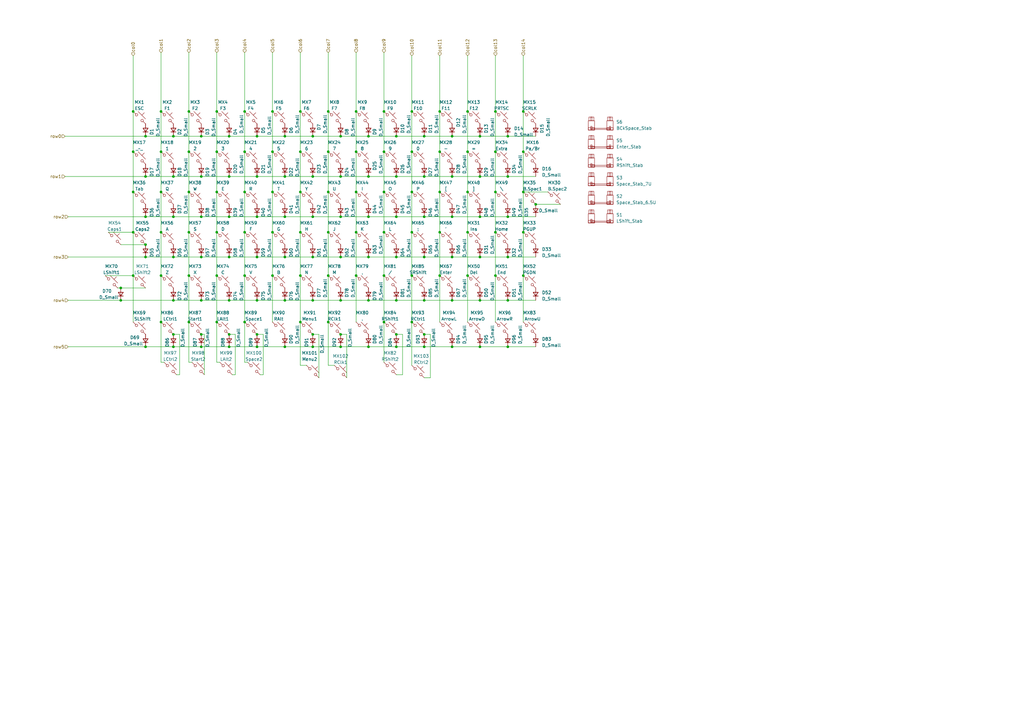
<source format=kicad_sch>
(kicad_sch (version 20230121) (generator eeschema)
  (paper "A3")
  (junction (at 59.69 105.41))
  (junction (at 157.48 95.25))
  (junction (at 173.99 137.16))
  (junction (at 111.76 113.03))
  (junction (at 168.91 95.25))
  (junction (at 77.47 62.23))
  (junction (at 185.42 55.88))
  (junction (at 71.12 123.19))
  (junction (at 146.05 78.74))
  (junction (at 105.41 88.9))
  (junction (at 173.99 55.88))
  (junction (at 111.76 62.23))
  (junction (at 139.7 55.88))
  (junction (at 66.04 95.25))
  (junction (at 191.77 45.72))
  (junction (at 157.48 45.72))
  (junction (at 105.41 142.24))
  (junction (at 214.63 62.23))
  (junction (at 214.63 45.72))
  (junction (at 71.12 72.39))
  (junction (at 162.56 137.16))
  (junction (at 151.13 55.88))
  (junction (at 71.12 88.9))
  (junction (at 208.28 72.39))
  (junction (at 82.55 55.88))
  (junction (at 49.53 123.19))
  (junction (at 82.55 72.39))
  (junction (at 196.85 123.19))
  (junction (at 82.55 88.9))
  (junction (at 196.85 105.41))
  (junction (at 134.62 45.72))
  (junction (at 139.7 88.9))
  (junction (at 151.13 123.19))
  (junction (at 105.41 137.16))
  (junction (at 77.47 113.03))
  (junction (at 59.69 55.88))
  (junction (at 146.05 95.25))
  (junction (at 123.19 62.23))
  (junction (at 139.7 137.16))
  (junction (at 185.42 88.9))
  (junction (at 128.27 55.88))
  (junction (at 128.27 88.9))
  (junction (at 162.56 55.88))
  (junction (at 100.33 78.74))
  (junction (at 116.84 105.41))
  (junction (at 116.84 88.9))
  (junction (at 100.33 62.23))
  (junction (at 151.13 105.41))
  (junction (at 71.12 55.88))
  (junction (at 123.19 95.25))
  (junction (at 123.19 78.74))
  (junction (at 151.13 88.9))
  (junction (at 54.61 45.72))
  (junction (at 157.48 62.23))
  (junction (at 168.91 62.23))
  (junction (at 134.62 62.23))
  (junction (at 208.28 123.19))
  (junction (at 88.9 113.03))
  (junction (at 208.28 55.88))
  (junction (at 123.19 45.72))
  (junction (at 111.76 45.72))
  (junction (at 116.84 55.88))
  (junction (at 196.85 142.24))
  (junction (at 214.63 113.03))
  (junction (at 116.84 123.19))
  (junction (at 214.63 95.25))
  (junction (at 151.13 142.24))
  (junction (at 191.77 62.23))
  (junction (at 157.48 113.03))
  (junction (at 196.85 55.88))
  (junction (at 66.04 113.03))
  (junction (at 134.62 113.03))
  (junction (at 139.7 72.39))
  (junction (at 82.55 105.41))
  (junction (at 162.56 142.24))
  (junction (at 71.12 105.41))
  (junction (at 191.77 113.03))
  (junction (at 93.98 55.88))
  (junction (at 111.76 78.74))
  (junction (at 93.98 88.9))
  (junction (at 185.42 72.39))
  (junction (at 208.28 105.41))
  (junction (at 100.33 132.08))
  (junction (at 66.04 62.23))
  (junction (at 59.69 72.39))
  (junction (at 128.27 137.16))
  (junction (at 157.48 78.74))
  (junction (at 71.12 137.16))
  (junction (at 93.98 105.41))
  (junction (at 146.05 45.72))
  (junction (at 93.98 72.39))
  (junction (at 134.62 95.25))
  (junction (at 105.41 105.41))
  (junction (at 49.53 118.11))
  (junction (at 88.9 45.72))
  (junction (at 66.04 78.74))
  (junction (at 77.47 45.72))
  (junction (at 88.9 95.25))
  (junction (at 100.33 95.25))
  (junction (at 185.42 142.24))
  (junction (at 203.2 95.25))
  (junction (at 54.61 78.74))
  (junction (at 123.19 132.08))
  (junction (at 173.99 142.24))
  (junction (at 180.34 45.72))
  (junction (at 128.27 123.19))
  (junction (at 123.19 113.03))
  (junction (at 93.98 142.24))
  (junction (at 173.99 123.19))
  (junction (at 173.99 88.9))
  (junction (at 128.27 142.24))
  (junction (at 162.56 88.9))
  (junction (at 203.2 62.23))
  (junction (at 157.48 132.08))
  (junction (at 82.55 142.24))
  (junction (at 203.2 78.74))
  (junction (at 54.61 113.03))
  (junction (at 173.99 105.41))
  (junction (at 59.69 142.24))
  (junction (at 146.05 62.23))
  (junction (at 59.69 88.9))
  (junction (at 208.28 88.9))
  (junction (at 219.71 83.82))
  (junction (at 180.34 78.74))
  (junction (at 162.56 72.39))
  (junction (at 196.85 88.9))
  (junction (at 82.55 123.19))
  (junction (at 54.61 62.23))
  (junction (at 128.27 72.39))
  (junction (at 128.27 105.41))
  (junction (at 162.56 105.41))
  (junction (at 146.05 113.03))
  (junction (at 71.12 142.24))
  (junction (at 77.47 132.08))
  (junction (at 77.47 95.25))
  (junction (at 203.2 113.03))
  (junction (at 168.91 113.03))
  (junction (at 162.56 123.19))
  (junction (at 111.76 95.25))
  (junction (at 168.91 78.74))
  (junction (at 116.84 142.24))
  (junction (at 185.42 123.19))
  (junction (at 151.13 72.39))
  (junction (at 88.9 62.23))
  (junction (at 180.34 95.25))
  (junction (at 203.2 45.72))
  (junction (at 139.7 105.41))
  (junction (at 173.99 72.39))
  (junction (at 59.69 100.33))
  (junction (at 185.42 105.41))
  (junction (at 105.41 55.88))
  (junction (at 88.9 132.08))
  (junction (at 196.85 72.39))
  (junction (at 88.9 78.74))
  (junction (at 66.04 45.72))
  (junction (at 54.61 95.25))
  (junction (at 93.98 137.16))
  (junction (at 168.91 132.08))
  (junction (at 116.84 72.39))
  (junction (at 77.47 78.74))
  (junction (at 191.77 95.25))
  (junction (at 180.34 113.03))
  (junction (at 139.7 142.24))
  (junction (at 180.34 62.23))
  (junction (at 134.62 78.74))
  (junction (at 105.41 123.19))
  (junction (at 100.33 45.72))
  (junction (at 214.63 78.74))
  (junction (at 134.62 132.08))
  (junction (at 66.04 132.08))
  (junction (at 168.91 45.72))
  (junction (at 82.55 137.16))
  (junction (at 139.7 123.19))
  (junction (at 93.98 123.19))
  (junction (at 100.33 113.03))
  (junction (at 105.41 72.39))
  (junction (at 208.28 142.24))
  (junction (at 191.77 78.74))
  (wire (pts (xy 162.56 142.24) (xy 173.99 142.24)))
  (wire (pts (xy 168.91 62.23) (xy 168.91 78.74)))
  (wire (pts (xy 165.1 153.67) (xy 165.1 137.16)))
  (wire (pts (xy 111.76 21.59) (xy 111.76 45.72)))
  (wire (pts (xy 93.98 137.16) (xy 96.52 137.16)))
  (wire (pts (xy 82.55 55.88) (xy 93.98 55.88)))
  (wire (pts (xy 71.12 72.39) (xy 82.55 72.39)))
  (wire (pts (xy 214.63 95.25) (xy 214.63 113.03)))
  (wire (pts (xy 54.61 62.23) (xy 54.61 78.74)))
  (wire (pts (xy 208.28 72.39) (xy 219.71 72.39)))
  (wire (pts (xy 66.04 21.59) (xy 66.04 45.72)))
  (wire (pts (xy 208.28 88.9) (xy 219.71 88.9)))
  (wire (pts (xy 96.52 137.16) (xy 96.52 153.67)))
  (wire (pts (xy 134.62 149.86) (xy 137.16 149.86)))
  (wire (pts (xy 151.13 55.88) (xy 162.56 55.88)))
  (wire (pts (xy 100.33 132.08) (xy 100.33 148.59)))
  (wire (pts (xy 128.27 88.9) (xy 139.7 88.9)))
  (wire (pts (xy 73.66 137.16) (xy 73.66 153.67)))
  (wire (pts (xy 134.62 113.03) (xy 134.62 132.08)))
  (wire (pts (xy 173.99 105.41) (xy 185.42 105.41)))
  (wire (pts (xy 107.95 153.67) (xy 107.95 137.16)))
  (wire (pts (xy 123.19 149.86) (xy 125.73 149.86)))
  (wire (pts (xy 77.47 21.59) (xy 77.47 45.72)))
  (wire (pts (xy 105.41 123.19) (xy 116.84 123.19)))
  (wire (pts (xy 123.19 95.25) (xy 123.19 113.03)))
  (wire (pts (xy 203.2 95.25) (xy 203.2 113.03)))
  (wire (pts (xy 83.82 153.67) (xy 83.82 137.16)))
  (wire (pts (xy 77.47 45.72) (xy 77.47 62.23)))
  (wire (pts (xy 106.68 153.67) (xy 107.95 153.67)))
  (wire (pts (xy 54.61 22.86) (xy 54.61 45.72)))
  (wire (pts (xy 93.98 55.88) (xy 105.41 55.88)))
  (wire (pts (xy 191.77 62.23) (xy 191.77 78.74)))
  (wire (pts (xy 162.56 88.9) (xy 173.99 88.9)))
  (wire (pts (xy 26.67 72.39) (xy 59.69 72.39)))
  (wire (pts (xy 43.18 113.03) (xy 54.61 113.03)))
  (wire (pts (xy 139.7 72.39) (xy 151.13 72.39)))
  (wire (pts (xy 196.85 55.88) (xy 208.28 55.88)))
  (wire (pts (xy 203.2 78.74) (xy 203.2 95.25)))
  (wire (pts (xy 71.12 137.16) (xy 73.66 137.16)))
  (wire (pts (xy 93.98 88.9) (xy 105.41 88.9)))
  (wire (pts (xy 93.98 123.19) (xy 105.41 123.19)))
  (wire (pts (xy 162.56 153.67) (xy 165.1 153.67)))
  (wire (pts (xy 88.9 62.23) (xy 88.9 78.74)))
  (wire (pts (xy 128.27 55.88) (xy 139.7 55.88)))
  (wire (pts (xy 82.55 142.24) (xy 93.98 142.24)))
  (wire (pts (xy 88.9 95.25) (xy 88.9 113.03)))
  (wire (pts (xy 82.55 88.9) (xy 93.98 88.9)))
  (wire (pts (xy 142.24 154.94) (xy 142.24 137.16)))
  (wire (pts (xy 130.81 137.16) (xy 130.81 154.94)))
  (wire (pts (xy 100.33 95.25) (xy 100.33 113.03)))
  (wire (pts (xy 128.27 105.41) (xy 139.7 105.41)))
  (wire (pts (xy 208.28 123.19) (xy 219.71 123.19)))
  (wire (pts (xy 105.41 142.24) (xy 116.84 142.24)))
  (wire (pts (xy 26.67 55.88) (xy 59.69 55.88)))
  (wire (pts (xy 180.34 45.72) (xy 180.34 62.23)))
  (wire (pts (xy 71.12 105.41) (xy 82.55 105.41)))
  (wire (pts (xy 162.56 123.19) (xy 173.99 123.19)))
  (wire (pts (xy 180.34 22.86) (xy 180.34 45.72)))
  (wire (pts (xy 196.85 123.19) (xy 208.28 123.19)))
  (wire (pts (xy 173.99 142.24) (xy 185.42 142.24)))
  (wire (pts (xy 59.69 88.9) (xy 71.12 88.9)))
  (wire (pts (xy 157.48 78.74) (xy 157.48 95.25)))
  (wire (pts (xy 111.76 45.72) (xy 111.76 62.23)))
  (wire (pts (xy 151.13 142.24) (xy 162.56 142.24)))
  (wire (pts (xy 196.85 88.9) (xy 208.28 88.9)))
  (wire (pts (xy 173.99 154.94) (xy 176.53 154.94)))
  (wire (pts (xy 77.47 62.23) (xy 77.47 78.74)))
  (wire (pts (xy 180.34 113.03) (xy 180.34 132.08)))
  (wire (pts (xy 116.84 55.88) (xy 128.27 55.88)))
  (wire (pts (xy 59.69 72.39) (xy 71.12 72.39)))
  (wire (pts (xy 66.04 113.03) (xy 66.04 132.08)))
  (wire (pts (xy 180.34 62.23) (xy 180.34 78.74)))
  (wire (pts (xy 77.47 78.74) (xy 77.47 95.25)))
  (wire (pts (xy 100.33 45.72) (xy 100.33 62.23)))
  (wire (pts (xy 214.63 78.74) (xy 224.79 78.74)))
  (wire (pts (xy 139.7 123.19) (xy 151.13 123.19)))
  (wire (pts (xy 49.53 100.33) (xy 59.69 100.33)))
  (wire (pts (xy 88.9 113.03) (xy 88.9 132.08)))
  (wire (pts (xy 151.13 123.19) (xy 162.56 123.19)))
  (wire (pts (xy 105.41 88.9) (xy 116.84 88.9)))
  (wire (pts (xy 83.82 137.16) (xy 82.55 137.16)))
  (wire (pts (xy 203.2 62.23) (xy 203.2 78.74)))
  (wire (pts (xy 111.76 113.03) (xy 111.76 132.08)))
  (wire (pts (xy 162.56 55.88) (xy 173.99 55.88)))
  (wire (pts (xy 173.99 88.9) (xy 185.42 88.9)))
  (wire (pts (xy 123.19 132.08) (xy 123.19 149.86)))
  (wire (pts (xy 54.61 95.25) (xy 54.61 113.03)))
  (wire (pts (xy 48.26 118.11) (xy 49.53 118.11)))
  (wire (pts (xy 59.69 88.9) (xy 27.94 88.9)))
  (wire (pts (xy 128.27 72.39) (xy 139.7 72.39)))
  (wire (pts (xy 116.84 142.24) (xy 128.27 142.24)))
  (wire (pts (xy 157.48 113.03) (xy 157.48 132.08)))
  (wire (pts (xy 157.48 62.23) (xy 157.48 78.74)))
  (wire (pts (xy 72.39 153.67) (xy 73.66 153.67)))
  (wire (pts (xy 111.76 95.25) (xy 111.76 113.03)))
  (wire (pts (xy 93.98 142.24) (xy 105.41 142.24)))
  (wire (pts (xy 66.04 148.59) (xy 67.31 148.59)))
  (wire (pts (xy 151.13 88.9) (xy 162.56 88.9)))
  (wire (pts (xy 123.19 113.03) (xy 123.19 132.08)))
  (wire (pts (xy 82.55 123.19) (xy 93.98 123.19)))
  (wire (pts (xy 134.62 95.25) (xy 134.62 113.03)))
  (wire (pts (xy 49.53 118.11) (xy 59.69 118.11)))
  (wire (pts (xy 180.34 95.25) (xy 180.34 113.03)))
  (wire (pts (xy 123.19 62.23) (xy 123.19 78.74)))
  (wire (pts (xy 59.69 55.88) (xy 71.12 55.88)))
  (wire (pts (xy 203.2 22.86) (xy 203.2 45.72)))
  (wire (pts (xy 134.62 21.59) (xy 134.62 45.72)))
  (wire (pts (xy 128.27 142.24) (xy 139.7 142.24)))
  (wire (pts (xy 88.9 78.74) (xy 88.9 95.25)))
  (wire (pts (xy 77.47 148.59) (xy 78.74 148.59)))
  (wire (pts (xy 82.55 72.39) (xy 93.98 72.39)))
  (wire (pts (xy 162.56 105.41) (xy 173.99 105.41)))
  (wire (pts (xy 203.2 113.03) (xy 203.2 132.08)))
  (wire (pts (xy 134.62 78.74) (xy 134.62 95.25)))
  (wire (pts (xy 214.63 45.72) (xy 214.63 62.23)))
  (wire (pts (xy 196.85 142.24) (xy 208.28 142.24)))
  (wire (pts (xy 151.13 105.41) (xy 162.56 105.41)))
  (wire (pts (xy 123.19 45.72) (xy 123.19 62.23)))
  (wire (pts (xy 59.69 142.24) (xy 71.12 142.24)))
  (wire (pts (xy 49.53 123.19) (xy 71.12 123.19)))
  (wire (pts (xy 116.84 72.39) (xy 128.27 72.39)))
  (wire (pts (xy 157.48 45.72) (xy 157.48 62.23)))
  (wire (pts (xy 146.05 113.03) (xy 146.05 132.08)))
  (wire (pts (xy 191.77 45.72) (xy 191.77 62.23)))
  (wire (pts (xy 168.91 45.72) (xy 168.91 62.23)))
  (wire (pts (xy 100.33 45.72) (xy 100.33 21.59)))
  (wire (pts (xy 185.42 105.41) (xy 196.85 105.41)))
  (wire (pts (xy 66.04 95.25) (xy 66.04 113.03)))
  (wire (pts (xy 191.77 113.03) (xy 191.77 132.08)))
  (wire (pts (xy 134.62 62.23) (xy 134.62 78.74)))
  (wire (pts (xy 116.84 105.41) (xy 128.27 105.41)))
  (wire (pts (xy 146.05 78.74) (xy 146.05 95.25)))
  (wire (pts (xy 71.12 88.9) (xy 82.55 88.9)))
  (wire (pts (xy 203.2 45.72) (xy 203.2 62.23)))
  (wire (pts (xy 196.85 105.41) (xy 208.28 105.41)))
  (wire (pts (xy 105.41 105.41) (xy 116.84 105.41)))
  (wire (pts (xy 168.91 132.08) (xy 168.91 149.86)))
  (wire (pts (xy 82.55 105.41) (xy 93.98 105.41)))
  (wire (pts (xy 134.62 45.72) (xy 134.62 62.23)))
  (wire (pts (xy 111.76 62.23) (xy 111.76 78.74)))
  (wire (pts (xy 27.94 105.41) (xy 59.69 105.41)))
  (wire (pts (xy 214.63 22.86) (xy 214.63 45.72)))
  (wire (pts (xy 77.47 95.25) (xy 77.47 113.03)))
  (wire (pts (xy 66.04 45.72) (xy 66.04 62.23)))
  (wire (pts (xy 27.94 123.19) (xy 49.53 123.19)))
  (wire (pts (xy 139.7 88.9) (xy 151.13 88.9)))
  (wire (pts (xy 214.63 78.74) (xy 214.63 95.25)))
  (wire (pts (xy 27.94 142.24) (xy 59.69 142.24)))
  (wire (pts (xy 191.77 22.86) (xy 191.77 45.72)))
  (wire (pts (xy 54.61 78.74) (xy 54.61 95.25)))
  (wire (pts (xy 77.47 113.03) (xy 77.47 132.08)))
  (wire (pts (xy 66.04 132.08) (xy 66.04 148.59)))
  (wire (pts (xy 196.85 72.39) (xy 208.28 72.39)))
  (wire (pts (xy 123.19 21.59) (xy 123.19 45.72)))
  (wire (pts (xy 71.12 123.19) (xy 82.55 123.19)))
  (wire (pts (xy 146.05 45.72) (xy 146.05 62.23)))
  (wire (pts (xy 128.27 137.16) (xy 130.81 137.16)))
  (wire (pts (xy 185.42 123.19) (xy 196.85 123.19)))
  (wire (pts (xy 168.91 78.74) (xy 168.91 95.25)))
  (wire (pts (xy 191.77 78.74) (xy 191.77 95.25)))
  (wire (pts (xy 100.33 113.03) (xy 100.33 132.08)))
  (wire (pts (xy 111.76 78.74) (xy 111.76 95.25)))
  (wire (pts (xy 96.52 153.67) (xy 95.25 153.67)))
  (wire (pts (xy 93.98 105.41) (xy 105.41 105.41)))
  (wire (pts (xy 88.9 45.72) (xy 88.9 62.23)))
  (wire (pts (xy 139.7 142.24) (xy 151.13 142.24)))
  (wire (pts (xy 123.19 78.74) (xy 123.19 95.25)))
  (wire (pts (xy 77.47 132.08) (xy 77.47 148.59)))
  (wire (pts (xy 208.28 55.88) (xy 219.71 55.88)))
  (wire (pts (xy 107.95 137.16) (xy 105.41 137.16)))
  (wire (pts (xy 93.98 72.39) (xy 105.41 72.39)))
  (wire (pts (xy 116.84 123.19) (xy 128.27 123.19)))
  (wire (pts (xy 59.69 105.41) (xy 71.12 105.41)))
  (wire (pts (xy 151.13 72.39) (xy 162.56 72.39)))
  (wire (pts (xy 44.45 95.25) (xy 54.61 95.25)))
  (wire (pts (xy 185.42 72.39) (xy 196.85 72.39)))
  (wire (pts (xy 90.17 148.59) (xy 88.9 148.59)))
  (wire (pts (xy 71.12 142.24) (xy 82.55 142.24)))
  (wire (pts (xy 88.9 132.08) (xy 88.9 148.59)))
  (wire (pts (xy 54.61 113.03) (xy 54.61 132.08)))
  (wire (pts (xy 157.48 21.59) (xy 157.48 45.72)))
  (wire (pts (xy 185.42 55.88) (xy 196.85 55.88)))
  (wire (pts (xy 142.24 137.16) (xy 139.7 137.16)))
  (wire (pts (xy 173.99 123.19) (xy 185.42 123.19)))
  (wire (pts (xy 71.12 55.88) (xy 82.55 55.88)))
  (wire (pts (xy 100.33 78.74) (xy 100.33 95.25)))
  (wire (pts (xy 176.53 137.16) (xy 173.99 137.16)))
  (wire (pts (xy 105.41 72.39) (xy 116.84 72.39)))
  (wire (pts (xy 116.84 88.9) (xy 128.27 88.9)))
  (wire (pts (xy 157.48 132.08) (xy 157.48 148.59)))
  (wire (pts (xy 66.04 62.23) (xy 66.04 78.74)))
  (wire (pts (xy 157.48 95.25) (xy 157.48 113.03)))
  (wire (pts (xy 168.91 22.86) (xy 168.91 45.72)))
  (wire (pts (xy 191.77 95.25) (xy 191.77 113.03)))
  (wire (pts (xy 185.42 142.24) (xy 196.85 142.24)))
  (wire (pts (xy 134.62 132.08) (xy 134.62 149.86)))
  (wire (pts (xy 214.63 62.23) (xy 214.63 78.74)))
  (wire (pts (xy 168.91 95.25) (xy 168.91 113.03)))
  (wire (pts (xy 100.33 62.23) (xy 100.33 78.74)))
  (wire (pts (xy 165.1 137.16) (xy 162.56 137.16)))
  (wire (pts (xy 146.05 95.25) (xy 146.05 113.03)))
  (wire (pts (xy 100.33 148.59) (xy 101.6 148.59)))
  (wire (pts (xy 139.7 105.41) (xy 151.13 105.41)))
  (wire (pts (xy 185.42 88.9) (xy 196.85 88.9)))
  (wire (pts (xy 214.63 132.08) (xy 214.63 113.03)))
  (wire (pts (xy 168.91 113.03) (xy 168.91 132.08)))
  (wire (pts (xy 162.56 72.39) (xy 173.99 72.39)))
  (wire (pts (xy 146.05 45.72) (xy 146.05 21.59)))
  (wire (pts (xy 219.71 83.82) (xy 229.87 83.82)))
  (wire (pts (xy 176.53 154.94) (xy 176.53 137.16)))
  (wire (pts (xy 54.61 45.72) (xy 54.61 62.23)))
  (wire (pts (xy 146.05 62.23) (xy 146.05 78.74)))
  (wire (pts (xy 88.9 21.59) (xy 88.9 45.72)))
  (wire (pts (xy 128.27 123.19) (xy 139.7 123.19)))
  (wire (pts (xy 208.28 142.24) (xy 219.71 142.24)))
  (wire (pts (xy 66.04 78.74) (xy 66.04 95.25)))
  (wire (pts (xy 139.7 55.88) (xy 151.13 55.88)))
  (wire (pts (xy 173.99 55.88) (xy 185.42 55.88)))
  (wire (pts (xy 208.28 105.41) (xy 219.71 105.41)))
  (wire (pts (xy 180.34 78.74) (xy 180.34 95.25)))
  (wire (pts (xy 105.41 55.88) (xy 116.84 55.88)))
  (wire (pts (xy 173.99 72.39) (xy 185.42 72.39)))
  (hierarchical_label "col0" (shape input) (at 54.61 22.86 90))
  (hierarchical_label "col5" (shape input) (at 111.76 21.59 90))
  (hierarchical_label "col9" (shape input) (at 157.48 21.59 90))
  (hierarchical_label "col1" (shape input) (at 66.04 21.59 90))
  (hierarchical_label "row3" (shape input) (at 27.94 105.41 180))
  (hierarchical_label "col4" (shape input) (at 100.33 21.59 90))
  (hierarchical_label "col12" (shape input) (at 191.77 22.86 90))
  (hierarchical_label "row5" (shape input) (at 27.94 142.24 180))
  (hierarchical_label "row2" (shape input) (at 27.94 88.9 180))
  (hierarchical_label "col3" (shape input) (at 88.9 21.59 90))
  (hierarchical_label "col11" (shape input) (at 180.34 22.86 90))
  (hierarchical_label "row4" (shape input) (at 27.94 123.19 180))
  (hierarchical_label "col6" (shape input) (at 123.19 21.59 90))
  (hierarchical_label "col2" (shape input) (at 77.47 21.59 90))
  (hierarchical_label "col7" (shape input) (at 134.62 21.59 90))
  (hierarchical_label "col8" (shape input) (at 146.05 21.59 90))
  (hierarchical_label "col10" (shape input) (at 168.91 22.86 90))
  (hierarchical_label "row1" (shape input) (at 26.67 72.39 180))
  (hierarchical_label "col14" (shape input) (at 214.63 22.86 90))
  (hierarchical_label "col13" (shape input) (at 203.2 22.86 90))
  (hierarchical_label "row0" (shape input) (at 26.67 55.88 180))
  (symbol (lib_id "Device:D_Small") (at 105.41 69.85 90) (unit 1)
    (property "Reference" "D21" (at 107.95 67.31 0) (effects (justify right)))
    (property "Value" "D_Small" (at 110.49 63.5 0) (effects (justify right)))
    (property "Footprint" "Diode_SMD:D_SOD-123" (effects hide))
    (property "Sim.Device" "D" (effects hide))
    (property "Sim.Pins" "1=K 2=A" (effects hide))
  )
  (symbol (lib_id "Device:D_Small") (at 173.99 53.34 90) (unit 1)
    (property "Reference" "D11" (at 176.53 50.8 0) (effects (justify right)))
    (property "Value" "D_Small" (at 179.07 46.99 0) (effects (justify right)))
    (property "Footprint" "Diode_SMD:D_SOD-123" (effects hide))
    (property "Sim.Device" "D" (effects hide))
    (property "Sim.Pins" "1=K 2=A" (effects hide))
  )
  (symbol (lib_id "marbastlib-mx:MX_SW_HS") (at 171.45 64.77 0) (unit 1)
    (property "Reference" "MX27" (at 171.45 58.42 0))
    (property "Value" "0" (at 171.45 60.96 0))
    (property "Footprint" "marbastlib-mx:SW_MX_HS_S_1u" (effects hide))
    (property "Datasheet" "https://www.digikey.my/en/products/detail/adafruit-industries-llc/4958/13997772" (effects hide))
  )
  (symbol (lib_id "marbastlib-mx:MX_SW_HS") (at 205.74 115.57 0) (unit 1)
    (property "Reference" "MX51" (at 205.74 109.22 0))
    (property "Value" "End" (at 205.74 111.76 0))
    (property "Footprint" "marbastlib-mx:SW_MX_HS_S_1u" (effects hide))
    (property "Datasheet" "https://www.digikey.my/en/products/detail/adafruit-industries-llc/4958/13997772" (effects hide))
  )
  (symbol (lib_id "Device:D_Small") (at 105.41 120.65 90) (unit 1)
    (property "Reference" "D75" (at 107.95 119.38 0) (effects (justify right)))
    (property "Value" "D_Small" (at 110.49 115.57 0) (effects (justify right)))
    (property "Footprint" "Diode_SMD:D_SOD-123" (effects hide))
    (property "Sim.Device" "D" (effects hide))
    (property "Sim.Pins" "1=K 2=A" (effects hide))
  )
  (symbol (lib_id "marbastlib-mx:MX_SW_HS") (at 148.59 115.57 0) (unit 1)
    (property "Reference" "MX79" (at 148.59 109.22 0))
    (property "Value" "," (at 148.59 111.76 0))
    (property "Footprint" "marbastlib-mx:SW_MX_HS_S_1u" (effects hide))
    (property "Datasheet" "https://www.digikey.my/en/products/detail/adafruit-industries-llc/4958/13997772" (effects hide))
  )
  (symbol (lib_id "Device:D_Small") (at 82.55 53.34 90) (unit 1)
    (property "Reference" "D3" (at 85.09 52.705 0) (effects (justify right)))
    (property "Value" "D_Small" (at 87.63 48.26 0) (effects (justify right)))
    (property "Footprint" "Diode_SMD:D_SOD-123" (effects hide))
    (property "Sim.Device" "D" (effects hide))
    (property "Sim.Pins" "1=K 2=A" (effects hide))
  )
  (symbol (lib_id "Device:D_Small") (at 208.28 139.7 90) (unit 1)
    (property "Reference" "D96" (at 210.82 137.16 0) (effects (justify right)))
    (property "Value" "D_Small" (at 213.36 133.35 0) (effects (justify right)))
    (property "Footprint" "Diode_SMD:D_SOD-123" (effects hide))
    (property "Sim.Device" "D" (effects hide))
    (property "Sim.Pins" "1=K 2=A" (effects hide))
  )
  (symbol (lib_id "Device:D_Small") (at 219.71 102.87 90) (unit 1)
    (property "Reference" "D33" (at 222.25 102.235 90) (effects (justify right)))
    (property "Value" "D_Small" (at 222.25 104.775 90) (effects (justify right)))
    (property "Footprint" "Diode_SMD:D_SOD-123" (effects hide))
    (property "Sim.Device" "D" (effects hide))
    (property "Sim.Pins" "1=K 2=A" (effects hide))
  )
  (symbol (lib_id "Device:D_Small") (at 59.69 53.34 90) (unit 1)
    (property "Reference" "D1" (at 62.23 52.705 0) (effects (justify right)))
    (property "Value" "D_Small" (at 64.77 48.26 0) (effects (justify right)))
    (property "Footprint" "Diode_SMD:D_SOD-123" (effects hide))
    (property "Sim.Device" "D" (effects hide))
    (property "Sim.Pins" "1=K 2=A" (effects hide))
  )
  (symbol (lib_id "marbastlib-mx:MX_SW_HS") (at 171.45 48.26 0) (unit 1)
    (property "Reference" "MX11" (at 171.45 41.91 0))
    (property "Value" "F10" (at 171.45 44.45 0))
    (property "Footprint" "marbastlib-mx:SW_MX_HS_S_1u" (effects hide))
    (property "Datasheet" "https://www.digikey.my/en/products/detail/adafruit-industries-llc/4958/13997772" (effects hide))
  )
  (symbol (lib_id "Device:D_Small") (at 185.42 69.85 90) (unit 1)
    (property "Reference" "D28" (at 187.96 67.31 0) (effects (justify right)))
    (property "Value" "D_Small" (at 190.5 63.5 0) (effects (justify right)))
    (property "Footprint" "Diode_SMD:D_SOD-123" (effects hide))
    (property "Sim.Device" "D" (effects hide))
    (property "Sim.Pins" "1=K 2=A" (effects hide))
  )
  (symbol (lib_id "Device:D_Small") (at 105.41 53.34 90) (unit 1)
    (property "Reference" "D5" (at 107.95 52.07 0) (effects (justify right)))
    (property "Value" "D_Small" (at 110.49 47.625 0) (effects (justify right)))
    (property "Footprint" "Diode_SMD:D_SOD-123" (effects hide))
    (property "Sim.Device" "D" (effects hide))
    (property "Sim.Pins" "1=K 2=A" (effects hide))
  )
  (symbol (lib_id "marbastlib-mx:MX_SW_HS") (at 171.45 97.79 0) (unit 1)
    (property "Reference" "MX65" (at 171.45 91.44 0))
    (property "Value" ";" (at 171.45 93.98 0))
    (property "Footprint" "marbastlib-mx:SW_MX_HS_S_1u" (effects hide))
    (property "Datasheet" "https://www.digikey.my/en/products/detail/adafruit-industries-llc/4958/13997772" (effects hide))
  )
  (symbol (lib_id "marbastlib-mx:MX_SW_HS") (at 182.88 81.28 0) (unit 1)
    (property "Reference" "MX47" (at 182.88 74.93 0))
    (property "Value" "[" (at 182.88 77.47 0))
    (property "Footprint" "marbastlib-mx:SW_MX_HS_S_1u" (effects hide))
    (property "Datasheet" "https://www.digikey.my/en/products/detail/adafruit-industries-llc/4958/13997772" (effects hide))
  )
  (symbol (lib_id "marbastlib-mx:MX_SW_HS") (at 92.71 151.13 0) (unit 1)
    (property "Reference" "MX99" (at 92.71 144.78 0))
    (property "Value" "LAlt2" (at 92.71 147.32 0))
    (property "Footprint" "marbastlib-mx:SW_MX_HS_1.5u" (effects hide))
    (property "Datasheet" "https://www.digikey.my/en/products/detail/adafruit-industries-llc/4958/13997772" (effects hide))
  )
  (symbol (lib_id "Device:D_Small") (at 82.55 139.7 90) (unit 1)
    (property "Reference" "D87" (at 80.01 138.43 0) (effects (justify right)))
    (property "Value" "D_Small" (at 85.09 134.62 0) (effects (justify right)))
    (property "Footprint" "Diode_SMD:D_SOD-123" (effects hide))
    (property "Sim.Device" "D" (effects hide))
    (property "Sim.Pins" "1=K 2=A" (effects hide))
  )
  (symbol (lib_id "Device:D_Small") (at 116.84 69.85 90) (unit 1)
    (property "Reference" "D22" (at 119.38 68.58 0) (effects (justify right)))
    (property "Value" "D_Small" (at 121.92 64.77 0) (effects (justify right)))
    (property "Footprint" "Diode_SMD:D_SOD-123" (effects hide))
    (property "Sim.Device" "D" (effects hide))
    (property "Sim.Pins" "1=K 2=A" (effects hide))
  )
  (symbol (lib_id "Device:D_Small") (at 185.42 120.65 90) (unit 1)
    (property "Reference" "D67" (at 187.96 118.11 0) (effects (justify right)))
    (property "Value" "D_Small" (at 190.5 114.3 0) (effects (justify right)))
    (property "Footprint" "Diode_SMD:D_SOD-123" (effects hide))
    (property "Sim.Device" "D" (effects hide))
    (property "Sim.Pins" "1=K 2=A" (effects hide))
  )
  (symbol (lib_id "marbastlib-mx:MX_SW_HS") (at 102.87 64.77 0) (unit 1)
    (property "Reference" "MX21" (at 102.87 58.42 0))
    (property "Value" "4" (at 102.87 60.96 0))
    (property "Footprint" "marbastlib-mx:SW_MX_HS_S_1u" (effects hide))
    (property "Datasheet" "https://www.digikey.my/en/products/detail/adafruit-industries-llc/4958/13997772" (effects hide))
  )
  (symbol (lib_id "marbastlib-mx:MX_SW_HS") (at 114.3 115.57 0) (unit 1)
    (property "Reference" "MX76" (at 114.3 109.22 0))
    (property "Value" "B" (at 114.3 111.76 0))
    (property "Footprint" "marbastlib-mx:SW_MX_HS_S_1u" (effects hide))
    (property "Datasheet" "https://www.digikey.my/en/products/detail/adafruit-industries-llc/4958/13997772" (effects hide))
  )
  (symbol (lib_id "marbastlib-mx:MX_SW_HS") (at 182.88 97.79 0) (unit 1)
    (property "Reference" "MX66" (at 182.88 91.44 0))
    (property "Value" "'" (at 182.88 93.98 0))
    (property "Footprint" "marbastlib-mx:SW_MX_HS_S_1u" (effects hide))
    (property "Datasheet" "https://www.digikey.my/en/products/detail/adafruit-industries-llc/4958/13997772" (effects hide))
  )
  (symbol (lib_id "marbastlib-mx:MX_SW_HS") (at 102.87 81.28 0) (unit 1)
    (property "Reference" "MX40" (at 102.87 74.93 0))
    (property "Value" "R" (at 102.87 77.47 0))
    (property "Footprint" "marbastlib-mx:SW_MX_HS_S_1u" (effects hide))
    (property "Datasheet" "https://www.digikey.my/en/products/detail/adafruit-industries-llc/4958/13997772" (effects hide))
  )
  (symbol (lib_id "marbastlib-mx:MX_SW_HS") (at 182.88 115.57 0) (unit 1)
    (property "Reference" "MX67" (at 182.88 109.22 0))
    (property "Value" "Enter" (at 182.88 111.76 0))
    (property "Footprint" "marbastlib-mx:SW_MX_HS_S_1u" (effects hide))
    (property "Datasheet" "https://www.digikey.my/en/products/detail/adafruit-industries-llc/4958/13997772" (effects hide))
  )
  (symbol (lib_id "marbastlib-mx:MX_SW_HS") (at 114.3 97.79 0) (unit 1)
    (property "Reference" "MX60" (at 114.3 91.44 0))
    (property "Value" "G" (at 114.3 93.98 0))
    (property "Footprint" "marbastlib-mx:SW_MX_HS_S_1u" (effects hide))
    (property "Datasheet" "https://www.digikey.my/en/products/detail/adafruit-industries-llc/4958/13997772" (effects hide))
  )
  (symbol (lib_id "marbastlib-mx:MX_SW_HS") (at 104.14 151.13 0) (unit 1)
    (property "Reference" "MX100" (at 104.14 144.78 0))
    (property "Value" "Space2" (at 104.14 147.32 0))
    (property "Footprint" "marbastlib-mx:SW_MX_HS_S_1u" (effects hide))
    (property "Datasheet" "https://www.digikey.my/en/products/detail/adafruit-industries-llc/4958/13997772" (effects hide))
  )
  (symbol (lib_id "Device:D_Small") (at 139.7 86.36 90) (unit 1)
    (property "Reference" "D43" (at 142.24 85.09 0) (effects (justify right)))
    (property "Value" "D_Small" (at 144.78 81.28 0) (effects (justify right)))
    (property "Footprint" "Diode_SMD:D_SOD-123" (effects hide))
    (property "Sim.Device" "D" (effects hide))
    (property "Sim.Pins" "1=K 2=A" (effects hide))
  )
  (symbol (lib_id "marbastlib-mx:MX_SW_HS") (at 182.88 48.26 0) (unit 1)
    (property "Reference" "MX12" (at 182.88 41.91 0))
    (property "Value" "F11" (at 182.88 44.45 0))
    (property "Footprint" "marbastlib-mx:SW_MX_HS_S_1u" (effects hide))
    (property "Datasheet" "https://www.digikey.my/en/products/detail/adafruit-industries-llc/4958/13997772" (effects hide))
  )
  (symbol (lib_id "marbastlib-mx:MX_stab") (at 246.38 66.04 0) (unit 1)
    (property "Reference" "S4" (at 252.73 65.278 0) (effects (justify left)))
    (property "Value" "RShift_Stab" (at 252.73 67.818 0) (effects (justify left)))
    (property "Footprint" "marbastlib-mx:STAB_MX_P_2.75u" (effects hide))
  )
  (symbol (lib_id "marbastlib-mx:MX_SW_HS") (at 57.15 97.79 0) (unit 1)
    (property "Reference" "MX55" (at 58.42 91.44 0))
    (property "Value" "Caps2" (at 58.42 93.98 0))
    (property "Footprint" "marbastlib-mx:SW_MX_HS_1.75u" (effects hide))
    (property "Datasheet" "https://www.digikey.my/en/products/detail/adafruit-industries-llc/4958/13997772" (effects hide))
  )
  (symbol (lib_id "marbastlib-mx:MX_SW_HS") (at 205.74 64.77 0) (unit 1)
    (property "Reference" "MX34" (at 205.74 58.42 0))
    (property "Value" "Extra" (at 205.74 60.96 0))
    (property "Footprint" "marbastlib-mx:SW_MX_HS_S_1u" (effects hide))
    (property "Datasheet" "https://www.digikey.my/en/products/detail/adafruit-industries-llc/4958/13997772" (effects hide))
  )
  (symbol (lib_id "marbastlib-mx:MX_stab") (at 246.38 88.9 0) (unit 1)
    (property "Reference" "S1" (at 252.73 88.138 0) (effects (justify left)))
    (property "Value" "LShift_Stab" (at 252.73 90.678 0) (effects (justify left)))
    (property "Footprint" "marbastlib-mx:STAB_MX_2.25u" (effects hide))
  )
  (symbol (lib_id "Device:D_Small") (at 151.13 53.34 90) (unit 1)
    (property "Reference" "D9" (at 153.67 52.705 0) (effects (justify right)))
    (property "Value" "D_Small" (at 156.21 48.26 0) (effects (justify right)))
    (property "Footprint" "Diode_SMD:D_SOD-123" (effects hide))
    (property "Sim.Device" "D" (effects hide))
    (property "Sim.Pins" "1=K 2=A" (effects hide))
  )
  (symbol (lib_id "Device:D_Small") (at 128.27 102.87 90) (unit 1)
    (property "Reference" "D61" (at 130.81 101.6 0) (effects (justify right)))
    (property "Value" "D_Small" (at 133.35 97.79 0) (effects (justify right)))
    (property "Footprint" "Diode_SMD:D_SOD-123" (effects hide))
    (property "Sim.Device" "D" (effects hide))
    (property "Sim.Pins" "1=K 2=A" (effects hide))
  )
  (symbol (lib_id "Device:D_Small") (at 208.28 120.65 90) (unit 1)
    (property "Reference" "D51" (at 210.82 118.11 0) (effects (justify right)))
    (property "Value" "D_Small" (at 213.36 115.57 0) (effects (justify right)))
    (property "Footprint" "Diode_SMD:D_SOD-123" (effects hide))
    (property "Sim.Device" "D" (effects hide))
    (property "Sim.Pins" "1=K 2=A" (effects hide))
  )
  (symbol (lib_id "Device:D_Small") (at 71.12 139.7 90) (unit 1)
    (property "Reference" "D86" (at 68.58 138.43 0) (effects (justify right)))
    (property "Value" "D_Small" (at 74.93 134.62 0) (effects (justify right)))
    (property "Footprint" "Diode_SMD:D_SOD-123" (effects hide))
    (property "Sim.Device" "D" (effects hide))
    (property "Sim.Pins" "1=K 2=A" (effects hide))
  )
  (symbol (lib_id "Device:D_Small") (at 71.12 69.85 90) (unit 1)
    (property "Reference" "D18" (at 73.66 68.58 0) (effects (justify right)))
    (property "Value" "D_Small" (at 76.2 64.77 0) (effects (justify right)))
    (property "Footprint" "Diode_SMD:D_SOD-123" (effects hide))
    (property "Sim.Device" "D" (effects hide))
    (property "Sim.Pins" "1=K 2=A" (effects hide))
  )
  (symbol (lib_id "Device:D_Small") (at 219.71 69.85 90) (unit 1)
    (property "Reference" "D16" (at 222.25 69.215 90) (effects (justify right)))
    (property "Value" "D_Small" (at 222.25 71.755 90) (effects (justify right)))
    (property "Footprint" "Diode_SMD:D_SOD-123" (effects hide))
    (property "Sim.Device" "D" (effects hide))
    (property "Sim.Pins" "1=K 2=A" (effects hide))
  )
  (symbol (lib_id "Device:D_Small") (at 93.98 53.34 90) (unit 1)
    (property "Reference" "D4" (at 96.52 52.705 0) (effects (justify right)))
    (property "Value" "D_Small" (at 99.06 46.99 0) (effects (justify right)))
    (property "Footprint" "Diode_SMD:D_SOD-123" (effects hide))
    (property "Sim.Device" "D" (effects hide))
    (property "Sim.Pins" "1=K 2=A" (effects hide))
  )
  (symbol (lib_id "marbastlib-mx:MX_SW_HS") (at 45.72 115.57 0) (unit 1)
    (property "Reference" "MX70" (at 45.72 109.22 0))
    (property "Value" "LShift1" (at 45.72 111.76 0))
    (property "Footprint" "marbastlib-mx:SW_MX_HS_S_1u" (effects hide))
    (property "Datasheet" "https://www.digikey.my/en/products/detail/adafruit-industries-llc/4958/13997772" (effects hide))
  )
  (symbol (lib_id "marbastlib-mx:MX_SW_HS") (at 125.73 64.77 0) (unit 1)
    (property "Reference" "MX23" (at 125.73 58.42 0))
    (property "Value" "6" (at 125.73 60.96 0))
    (property "Footprint" "marbastlib-mx:SW_MX_HS_S_1u" (effects hide))
    (property "Datasheet" "https://www.digikey.my/en/products/detail/adafruit-industries-llc/4958/13997772" (effects hide))
  )
  (symbol (lib_id "marbastlib-mx:MX_stab") (at 246.38 73.66 0) (unit 1)
    (property "Reference" "S3" (at 252.73 72.898 0) (effects (justify left)))
    (property "Value" "Space_Stab_7U" (at 252.73 75.438 0) (effects (justify left)))
    (property "Footprint" "marbastlib-mx:STAB_MX_P_7u" (effects hide))
  )
  (symbol (lib_id "marbastlib-mx:MX_SW_HS") (at 217.17 97.79 0) (unit 1)
    (property "Reference" "MX33" (at 217.17 91.44 0))
    (property "Value" "PGUP" (at 217.17 93.98 0))
    (property "Footprint" "marbastlib-mx:SW_MX_HS_S_1u" (effects hide))
    (property "Datasheet" "https://www.digikey.my/en/products/detail/adafruit-industries-llc/4958/13997772" (effects hide))
  )
  (symbol (lib_id "Device:D_Small") (at 151.13 139.7 90) (unit 1)
    (property "Reference" "D80" (at 153.67 137.16 0) (effects (justify right)))
    (property "Value" "D_Small" (at 156.21 133.35 0) (effects (justify right)))
    (property "Footprint" "Diode_SMD:D_SOD-123" (effects hide))
    (property "Sim.Device" "D" (effects hide))
    (property "Sim.Pins" "1=K 2=A" (effects hide))
  )
  (symbol (lib_id "Device:D_Small") (at 59.69 69.85 90) (unit 1)
    (property "Reference" "D17" (at 62.23 68.58 0) (effects (justify right)))
    (property "Value" "D_Small" (at 64.77 64.77 0) (effects (justify right)))
    (property "Footprint" "Diode_SMD:D_SOD-123" (effects hide))
    (property "Sim.Device" "D" (effects hide))
    (property "Sim.Pins" "1=K 2=A" (effects hide))
  )
  (symbol (lib_id "Device:D_Small") (at 116.84 86.36 90) (unit 1)
    (property "Reference" "D41" (at 119.38 83.82 0) (effects (justify right)))
    (property "Value" "D_Small" (at 121.92 80.01 0) (effects (justify right)))
    (property "Footprint" "Diode_SMD:D_SOD-123" (effects hide))
    (property "Sim.Device" "D" (effects hide))
    (property "Sim.Pins" "1=K 2=A" (effects hide))
  )
  (symbol (lib_id "marbastlib-mx:MX_SW_HS") (at 160.02 48.26 0) (unit 1)
    (property "Reference" "MX10" (at 160.02 41.91 0))
    (property "Value" "F9" (at 160.02 44.45 0))
    (property "Footprint" "marbastlib-mx:SW_MX_HS_S_1u" (effects hide))
    (property "Datasheet" "https://www.digikey.my/en/products/detail/adafruit-industries-llc/4958/13997772" (effects hide))
  )
  (symbol (lib_id "marbastlib-mx:MX_SW_HS") (at 80.01 115.57 0) (unit 1)
    (property "Reference" "MX73" (at 80.01 109.22 0))
    (property "Value" "X" (at 80.01 111.76 0))
    (property "Footprint" "marbastlib-mx:SW_MX_HS_S_1u" (effects hide))
    (property "Datasheet" "https://www.digikey.my/en/products/detail/adafruit-industries-llc/4958/13997772" (effects hide))
  )
  (symbol (lib_id "marbastlib-mx:MX_SW_HS") (at 68.58 115.57 0) (unit 1)
    (property "Reference" "MX72" (at 68.58 109.22 0))
    (property "Value" "Z" (at 68.58 111.76 0))
    (property "Footprint" "marbastlib-mx:SW_MX_HS_S_1u" (effects hide))
    (property "Datasheet" "https://www.digikey.my/en/products/detail/adafruit-industries-llc/4958/13997772" (effects hide))
  )
  (symbol (lib_id "Device:D_Small") (at 196.85 53.34 90) (unit 1)
    (property "Reference" "D13" (at 199.39 50.8 0) (effects (justify right)))
    (property "Value" "D_Small" (at 201.93 48.26 0) (effects (justify right)))
    (property "Footprint" "Diode_SMD:D_SOD-123" (effects hide))
    (property "Sim.Device" "D" (effects hide))
    (property "Sim.Pins" "1=K 2=A" (effects hide))
  )
  (symbol (lib_id "marbastlib-mx:MX_SW_HS") (at 125.73 134.62 0) (unit 1)
    (property "Reference" "MX91" (at 127 128.27 0))
    (property "Value" "Menu1" (at 127 130.81 0))
    (property "Footprint" "marbastlib-mx:SW_MX_HS_1.25u" (effects hide))
    (property "Datasheet" "https://www.digikey.my/en/products/detail/adafruit-industries-llc/4958/13997772" (effects hide))
  )
  (symbol (lib_id "marbastlib-mx:MX_SW_HS") (at 160.02 81.28 0) (unit 1)
    (property "Reference" "MX45" (at 160.02 74.93 0))
    (property "Value" "O" (at 160.02 77.47 0))
    (property "Footprint" "marbastlib-mx:SW_MX_HS_S_1u" (effects hide))
    (property "Datasheet" "https://www.digikey.my/en/products/detail/adafruit-industries-llc/4958/13997772" (effects hide))
  )
  (symbol (lib_id "marbastlib-mx:MX_SW_HS") (at 182.88 64.77 0) (unit 1)
    (property "Reference" "MX28" (at 182.88 58.42 0))
    (property "Value" "-" (at 182.88 60.96 0))
    (property "Footprint" "marbastlib-mx:SW_MX_HS_S_1u" (effects hide))
    (property "Datasheet" "https://www.digikey.my/en/products/detail/adafruit-industries-llc/4958/13997772" (effects hide))
  )
  (symbol (lib_id "marbastlib-mx:MX_SW_HS") (at 137.16 48.26 0) (unit 1)
    (property "Reference" "MX8" (at 137.16 41.91 0))
    (property "Value" "F7" (at 137.16 44.45 0))
    (property "Footprint" "marbastlib-mx:SW_MX_HS_S_1u" (effects hide))
    (property "Datasheet" "https://www.digikey.my/en/products/detail/adafruit-industries-llc/4958/13997772" (effects hide))
  )
  (symbol (lib_id "Device:D_Small") (at 208.28 102.87 90) (unit 1)
    (property "Reference" "D32" (at 210.82 101.6 0) (effects (justify right)))
    (property "Value" "D_Small" (at 213.36 97.79 0) (effects (justify right)))
    (property "Footprint" "Diode_SMD:D_SOD-123" (effects hide))
    (property "Sim.Device" "D" (effects hide))
    (property "Sim.Pins" "1=K 2=A" (effects hide))
  )
  (symbol (lib_id "Device:D_Small") (at 82.55 86.36 90) (unit 1)
    (property "Reference" "D38" (at 85.09 85.09 0) (effects (justify right)))
    (property "Value" "D_Small" (at 87.63 81.28 0) (effects (justify right)))
    (property "Footprint" "Diode_SMD:D_SOD-123" (effects hide))
    (property "Sim.Device" "D" (effects hide))
    (property "Sim.Pins" "1=K 2=A" (effects hide))
  )
  (symbol (lib_id "Device:D_Small") (at 93.98 69.85 90) (unit 1)
    (property "Reference" "D20" (at 96.52 67.31 0) (effects (justify right)))
    (property "Value" "D_Small" (at 99.06 63.5 0) (effects (justify right)))
    (property "Footprint" "Diode_SMD:D_SOD-123" (effects hide))
    (property "Sim.Device" "D" (effects hide))
    (property "Sim.Pins" "1=K 2=A" (effects hide))
  )
  (symbol (lib_id "Device:D_Small") (at 59.69 102.87 90) (unit 1)
    (property "Reference" "D55" (at 62.23 101.6 0) (effects (justify right)))
    (property "Value" "D_Small" (at 64.77 97.79 0) (effects (justify right)))
    (property "Footprint" "Diode_SMD:D_SOD-123" (effects hide))
    (property "Sim.Device" "D" (effects hide))
    (property "Sim.Pins" "1=K 2=A" (effects hide))
  )
  (symbol (lib_id "Device:D_Small") (at 128.27 86.36 90) (unit 1)
    (property "Reference" "D42" (at 130.81 83.82 0) (effects (justify right)))
    (property "Value" "D_Small" (at 133.35 80.01 0) (effects (justify right)))
    (property "Footprint" "Diode_SMD:D_SOD-123" (effects hide))
    (property "Sim.Device" "D" (effects hide))
    (property "Sim.Pins" "1=K 2=A" (effects hide))
  )
  (symbol (lib_id "Device:D_Small") (at 128.27 53.34 90) (unit 1)
    (property "Reference" "D7" (at 130.81 50.8 0) (effects (justify right)))
    (property "Value" "D_Small" (at 133.35 46.99 0) (effects (justify right)))
    (property "Footprint" "Diode_SMD:D_SOD-123" (effects hide))
    (property "Sim.Device" "D" (effects hide))
    (property "Sim.Pins" "1=K 2=A" (effects hide))
  )
  (symbol (lib_id "marbastlib-mx:MX_SW_HS") (at 194.31 134.62 0) (unit 1)
    (property "Reference" "MX95" (at 195.58 128.27 0))
    (property "Value" "ArrowD" (at 195.58 130.81 0))
    (property "Footprint" "marbastlib-mx:SW_MX_HS_S_1u" (effects hide))
    (property "Datasheet" "https://www.digikey.my/en/products/detail/adafruit-industries-llc/4958/13997772" (effects hide))
  )
  (symbol (lib_id "marbastlib-mx:MX_SW_HS") (at 194.31 64.77 0) (unit 1)
    (property "Reference" "MX29" (at 194.31 58.42 0))
    (property "Value" "=" (at 194.31 60.96 0))
    (property "Footprint" "marbastlib-mx:SW_MX_HS_S_1u" (effects hide))
    (property "Datasheet" "https://www.digikey.my/en/products/detail/adafruit-industries-llc/4958/13997772" (effects hide))
  )
  (symbol (lib_id "Device:D_Small") (at 185.42 139.7 90) (unit 1)
    (property "Reference" "D94" (at 187.96 137.16 0) (effects (justify right)))
    (property "Value" "D_Small" (at 190.5 133.35 0) (effects (justify right)))
    (property "Footprint" "Diode_SMD:D_SOD-123" (effects hide))
    (property "Sim.Device" "D" (effects hide))
    (property "Sim.Pins" "1=K 2=A" (effects hide))
  )
  (symbol (lib_id "marbastlib-mx:MX_SW_HS") (at 217.17 134.62 0) (unit 1)
    (property "Reference" "MX83" (at 217.17 128.27 0))
    (property "Value" "ArrowU" (at 218.44 130.81 0))
    (property "Footprint" "marbastlib-mx:SW_MX_HS_S_1u" (effects hide))
    (property "Datasheet" "https://www.digikey.my/en/products/detail/adafruit-industries-llc/4958/13997772" (effects hide))
  )
  (symbol (lib_id "marbastlib-mx:MX_SW_HS") (at 114.3 81.28 0) (unit 1)
    (property "Reference" "MX41" (at 114.3 74.93 0))
    (property "Value" "T" (at 114.3 77.47 0))
    (property "Footprint" "marbastlib-mx:SW_MX_HS_S_1u" (effects hide))
    (property "Datasheet" "https://www.digikey.my/en/products/detail/adafruit-industries-llc/4958/13997772" (effects hide))
  )
  (symbol (lib_id "Device:D_Small") (at 219.71 53.34 90) (unit 1)
    (property "Reference" "D15" (at 222.25 50.8 0) (effects (justify right)))
    (property "Value" "D_Small" (at 224.79 48.26 0) (effects (justify right)))
    (property "Footprint" "Diode_SMD:D_SOD-123" (effects hide))
    (property "Sim.Device" "D" (effects hide))
    (property "Sim.Pins" "1=K 2=A" (effects hide))
  )
  (symbol (lib_id "Device:D_Small") (at 71.12 53.34 90) (unit 1)
    (property "Reference" "D2" (at 73.66 52.705 0) (effects (justify right)))
    (property "Value" "D_Small" (at 76.2 48.26 0) (effects (justify right)))
    (property "Footprint" "Diode_SMD:D_SOD-123" (effects hide))
    (property "Sim.Device" "D" (effects hide))
    (property "Sim.Pins" "1=K 2=A" (effects hide))
  )
  (symbol (lib_id "marbastlib-mx:MX_SW_HS") (at 68.58 134.62 0) (unit 1)
    (property "Reference" "MX86" (at 68.58 128.27 0))
    (property "Value" "LCtrl1" (at 69.85 130.81 0))
    (property "Footprint" "marbastlib-mx:SW_MX_HS_1.25u" (effects hide))
    (property "Datasheet" "https://www.digikey.my/en/products/detail/adafruit-industries-llc/4958/13997772" (effects hide))
  )
  (symbol (lib_id "marbastlib-mx:MX_SW_HS") (at 91.44 115.57 0) (unit 1)
    (property "Reference" "MX74" (at 91.44 109.22 0))
    (property "Value" "C" (at 91.44 111.76 0))
    (property "Footprint" "marbastlib-mx:SW_MX_HS_S_1u" (effects hide))
    (property "Datasheet" "https://www.digikey.my/en/products/detail/adafruit-industries-llc/4958/13997772" (effects hide))
  )
  (symbol (lib_id "Device:D_Small") (at 162.56 69.85 90) (unit 1)
    (property "Reference" "D26" (at 165.1 67.31 0) (effects (justify right)))
    (property "Value" "D_Small" (at 167.64 63.5 0) (effects (justify right)))
    (property "Footprint" "Diode_SMD:D_SOD-123" (effects hide))
    (property "Sim.Device" "D" (effects hide))
    (property "Sim.Pins" "1=K 2=A" (effects hide))
  )
  (symbol (lib_id "Device:D_Small") (at 93.98 139.7 90) (unit 1)
    (property "Reference" "D88" (at 91.44 138.43 0) (effects (justify right)))
    (property "Value" "D_Small" (at 97.79 134.62 0) (effects (justify right)))
    (property "Footprint" "Diode_SMD:D_SOD-123" (effects hide))
    (property "Sim.Device" "D" (effects hide))
    (property "Sim.Pins" "1=K 2=A" (effects hide))
  )
  (symbol (lib_id "Device:D_Small") (at 128.27 120.65 90) (unit 1)
    (property "Reference" "D77" (at 130.81 118.11 0) (effects (justify right)))
    (property "Value" "D_Small" (at 133.35 114.3 0) (effects (justify right)))
    (property "Footprint" "Diode_SMD:D_SOD-123" (effects hide))
    (property "Sim.Device" "D" (effects hide))
    (property "Sim.Pins" "1=K 2=A" (effects hide))
  )
  (symbol (lib_id "marbastlib-mx:MX_SW_HS") (at 68.58 48.26 0) (unit 1)
    (property "Reference" "MX2" (at 68.58 41.91 0))
    (property "Value" "F1" (at 68.58 44.45 0))
    (property "Footprint" "marbastlib-mx:SW_MX_HS_S_1u" (effects hide))
    (property "Datasheet" "https://www.digikey.my/en/products/detail/adafruit-industries-llc/4958/13997772" (effects hide))
  )
  (symbol (lib_id "marbastlib-mx:MX_SW_HS") (at 57.15 64.77 0) (unit 1)
    (property "Reference" "MX17" (at 57.15 58.42 0))
    (property "Value" "_~_" (at 57.15 60.96 0))
    (property "Footprint" "marbastlib-mx:SW_MX_HS_S_1u" (effects hide))
    (property "Datasheet" "https://www.digikey.my/en/products/detail/adafruit-industries-llc/4958/13997772" (effects hide))
  )
  (symbol (lib_id "Device:D_Small") (at 151.13 86.36 90) (unit 1)
    (property "Reference" "D44" (at 153.67 83.82 0) (effects (justify right)))
    (property "Value" "D_Small" (at 156.21 80.01 0) (effects (justify right)))
    (property "Footprint" "Diode_SMD:D_SOD-123" (effects hide))
    (property "Sim.Device" "D" (effects hide))
    (property "Sim.Pins" "1=K 2=A" (effects hide))
  )
  (symbol (lib_id "Device:D_Small") (at 196.85 139.7 90) (unit 1)
    (property "Reference" "D95" (at 199.39 137.16 0) (effects (justify right)))
    (property "Value" "D_Small" (at 201.93 133.35 0) (effects (justify right)))
    (property "Footprint" "Diode_SMD:D_SOD-123" (effects hide))
    (property "Sim.Device" "D" (effects hide))
    (property "Sim.Pins" "1=K 2=A" (effects hide))
  )
  (symbol (lib_id "marbastlib-mx:MX_SW_HS") (at 128.27 152.4 0) (unit 1)
    (property "Reference" "MX101" (at 127 144.78 0))
    (property "Value" "Menu2" (at 127 147.32 0))
    (property "Footprint" "marbastlib-mx:SW_MX_HS_1.5u" (effects hide))
    (property "Datasheet" "https://www.digikey.my/en/products/detail/adafruit-industries-llc/4958/13997772" (effects hide))
  )
  (symbol (lib_id "marbastlib-mx:MX_stab") (at 246.38 81.28 0) (unit 1)
    (property "Reference" "S2" (at 252.73 80.518 0) (effects (justify left)))
    (property "Value" "Space_Stab_6.5U" (at 252.73 83.058 0) (effects (justify left)))
    (property "Footprint" "marbastlib-mx:STAB_MX_P_6.25u" (effects hide))
  )
  (symbol (lib_id "Device:D_Small") (at 173.99 120.65 90) (unit 1)
    (property "Reference" "D85" (at 176.53 118.11 0) (effects (justify right)))
    (property "Value" "D_Small" (at 179.07 114.3 0) (effects (justify right)))
    (property "Footprint" "Diode_SMD:D_SOD-123" (effects hide))
    (property "Sim.Device" "D" (effects hide))
    (property "Sim.Pins" "1=K 2=A" (effects hide))
  )
  (symbol (lib_id "Device:D_Small") (at 151.13 102.87 90) (unit 1)
    (property "Reference" "D63" (at 153.67 100.33 0) (effects (justify right)))
    (property "Value" "D_Small" (at 156.21 96.52 0) (effects (justify right)))
    (property "Footprint" "Diode_SMD:D_SOD-123" (effects hide))
    (property "Sim.Device" "D" (effects hide))
    (property "Sim.Pins" "1=K 2=A" (effects hide))
  )
  (symbol (lib_id "Device:D_Small") (at 196.85 120.65 90) (unit 1)
    (property "Reference" "D50" (at 199.39 118.11 0) (effects (justify right)))
    (property "Value" "D_Small" (at 201.93 115.57 0) (effects (justify right)))
    (property "Footprint" "Diode_SMD:D_SOD-123" (effects hide))
    (property "Sim.Device" "D" (effects hide))
    (property "Sim.Pins" "1=K 2=A" (effects hide))
  )
  (symbol (lib_id "Device:D_Small") (at 128.27 69.85 90) (unit 1)
    (property "Reference" "D23" (at 130.81 67.31 0) (effects (justify right)))
    (property "Value" "D_Small" (at 133.35 63.5 0) (effects (justify right)))
    (property "Footprint" "Diode_SMD:D_SOD-123" (effects hide))
    (property "Sim.Device" "D" (effects hide))
    (property "Sim.Pins" "1=K 2=A" (effects hide))
  )
  (symbol (lib_id "marbastlib-mx:MX_SW_HS") (at 46.99 97.79 0) (unit 1)
    (property "Reference" "MX54" (at 46.99 91.44 0))
    (property "Value" "Caps1" (at 46.99 93.98 0))
    (property "Footprint" "marbastlib-mx:SW_MX_HS_1.75u_STP_1.25" (effects hide))
    (property "Datasheet" "https://www.digikey.my/en/products/detail/adafruit-industries-llc/4958/13997772" (effects hide))
  )
  (symbol (lib_id "marbastlib-mx:MX_SW_HS") (at 171.45 134.62 0) (unit 1)
    (property "Reference" "MX93" (at 171.45 128.27 0))
    (property "Value" "RCtrl1" (at 171.45 130.81 0))
    (property "Footprint" "marbastlib-mx:SW_MX_HS_1.25u" (effects hide))
    (property "Datasheet" "https://www.digikey.my/en/products/detail/adafruit-industries-llc/4958/13997772" (effects hide))
  )
  (symbol (lib_id "marbastlib-mx:MX_SW_HS") (at 227.33 81.28 0) (unit 1)
    (property "Reference" "MX30" (at 227.33 74.93 0))
    (property "Value" "B.Spac2" (at 228.6 77.47 0))
    (property "Footprint" "marbastlib-mx:SW_MX_HS_S_1u" (effects hide))
    (property "Datasheet" "https://www.digikey.my/en/products/detail/adafruit-industries-llc/4958/13997772" (effects hide))
  )
  (symbol (lib_id "marbastlib-mx:MX_SW_HS") (at 194.31 48.26 0) (unit 1)
    (property "Reference" "MX13" (at 194.31 41.91 0))
    (property "Value" "F12" (at 194.31 44.45 0))
    (property "Footprint" "marbastlib-mx:SW_MX_HS_S_1u" (effects hide))
    (property "Datasheet" "https://www.digikey.my/en/products/detail/adafruit-industries-llc/4958/13997772" (effects hide))
  )
  (symbol (lib_id "marbastlib-mx:MX_SW_HS") (at 194.31 81.28 0) (unit 1)
    (property "Reference" "MX48" (at 194.31 74.93 0))
    (property "Value" "]" (at 194.31 77.47 0))
    (property "Footprint" "marbastlib-mx:SW_MX_HS_S_1u" (effects hide))
    (property "Datasheet" "https://www.digikey.my/en/products/detail/adafruit-industries-llc/4958/13997772" (effects hide))
  )
  (symbol (lib_id "marbastlib-mx:MX_SW_HS") (at 137.16 81.28 0) (unit 1)
    (property "Reference" "MX43" (at 137.16 74.93 0))
    (property "Value" "U" (at 137.16 77.47 0))
    (property "Footprint" "marbastlib-mx:SW_MX_HS_S_1u" (effects hide))
    (property "Datasheet" "https://www.digikey.my/en/products/detail/adafruit-industries-llc/4958/13997772" (effects hide))
  )
  (symbol (lib_id "Device:D_Small") (at 162.56 102.87 90) (unit 1)
    (property "Reference" "D64" (at 165.1 101.6 0) (effects (justify right)))
    (property "Value" "D_Small" (at 167.64 97.79 0) (effects (justify right)))
    (property "Footprint" "Diode_SMD:D_SOD-123" (effects hide))
    (property "Sim.Device" "D" (effects hide))
    (property "Sim.Pins" "1=K 2=A" (effects hide))
  )
  (symbol (lib_id "marbastlib-mx:MX_SW_HS") (at 194.31 97.79 0) (unit 1)
    (property "Reference" "MX31" (at 194.31 91.44 0))
    (property "Value" "Ins" (at 194.31 93.98 0))
    (property "Footprint" "marbastlib-mx:SW_MX_HS_S_1u" (effects hide))
    (property "Datasheet" "https://www.digikey.my/en/products/detail/adafruit-industries-llc/4958/13997772" (effects hide))
  )
  (symbol (lib_id "marbastlib-mx:MX_SW_HS") (at 114.3 48.26 0) (unit 1)
    (property "Reference" "MX6" (at 114.3 41.91 0))
    (property "Value" "F5" (at 114.3 44.45 0))
    (property "Footprint" "marbastlib-mx:SW_MX_HS_S_1u" (effects hide))
    (property "Datasheet" "https://www.digikey.my/en/products/detail/adafruit-industries-llc/4958/13997772" (effects hide))
  )
  (symbol (lib_id "Device:D_Small") (at 116.84 102.87 90) (unit 1)
    (property "Reference" "D60" (at 119.38 101.6 0) (effects (justify right)))
    (property "Value" "D_Small" (at 121.92 97.79 0) (effects (justify right)))
    (property "Footprint" "Diode_SMD:D_SOD-123" (effects hide))
    (property "Sim.Device" "D" (effects hide))
    (property "Sim.Pins" "1=K 2=A" (effects hide))
  )
  (symbol (lib_id "Device:D_Small") (at 139.7 139.7 90) (unit 1)
    (property "Reference" "D92" (at 137.16 138.43 0) (effects (justify right)))
    (property "Value" "D_Small" (at 143.51 134.62 0) (effects (justify right)))
    (property "Footprint" "Diode_SMD:D_SOD-123" (effects hide))
    (property "Sim.Device" "D" (effects hide))
    (property "Sim.Pins" "1=K 2=A" (effects hide))
  )
  (symbol (lib_id "marbastlib-mx:MX_stab") (at 246.38 58.42 0) (unit 1)
    (property "Reference" "S5" (at 252.73 57.658 0) (effects (justify left)))
    (property "Value" "Enter_Stab" (at 252.73 60.198 0) (effects (justify left)))
    (property "Footprint" "marbastlib-mx:STAB_MX_P_2.25u" (effects hide))
  )
  (symbol (lib_id "marbastlib-mx:MX_SW_HS") (at 137.16 64.77 0) (unit 1)
    (property "Reference" "MX24" (at 137.16 58.42 0))
    (property "Value" "7" (at 137.16 60.96 0))
    (property "Footprint" "marbastlib-mx:SW_MX_HS_S_1u" (effects hide))
    (property "Datasheet" "https://www.digikey.my/en/products/detail/adafruit-industries-llc/4958/13997772" (effects hide))
  )
  (symbol (lib_id "marbastlib-mx:MX_SW_HS") (at 171.45 115.57 0) (unit 1)
    (property "Reference" "MX85" (at 171.45 109.22 0))
    (property "Value" "SRShift" (at 171.45 111.76 0))
    (property "Footprint" "marbastlib-mx:SW_MX_HS_S_1u" (effects hide))
    (property "Datasheet" "https://www.digikey.my/en/products/detail/adafruit-industries-llc/4958/13997772" (effects hide))
  )
  (symbol (lib_id "Device:D_Small") (at 128.27 139.7 90) (unit 1)
    (property "Reference" "D91" (at 125.73 138.43 0) (effects (justify right)))
    (property "Value" "D_Small" (at 132.08 137.16 0) (effects (justify right)))
    (property "Footprint" "Diode_SMD:D_SOD-123" (effects hide))
    (property "Sim.Device" "D" (effects hide))
    (property "Sim.Pins" "1=K 2=A" (effects hide))
  )
  (symbol (lib_id "Device:D_Small") (at 116.84 53.34 90) (unit 1)
    (property "Reference" "D6" (at 119.38 52.07 0) (effects (justify right)))
    (property "Value" "D_Small" (at 121.92 46.99 0) (effects (justify right)))
    (property "Footprint" "Diode_SMD:D_SOD-123" (effects hide))
    (property "Sim.Device" "D" (effects hide))
    (property "Sim.Pins" "1=K 2=A" (effects hide))
  )
  (symbol (lib_id "Device:D_Small") (at 139.7 69.85 90) (unit 1)
    (property "Reference" "D24" (at 142.24 68.58 0) (effects (justify right)))
    (property "Value" "D_Small" (at 144.78 64.77 0) (effects (justify right)))
    (property "Footprint" "Diode_SMD:D_SOD-123" (effects hide))
    (property "Sim.Device" "D" (effects hide))
    (property "Sim.Pins" "1=K 2=A" (effects hide))
  )
  (symbol (lib_id "Device:D_Small") (at 151.13 120.65 90) (unit 1)
    (property "Reference" "D79" (at 153.67 119.38 0) (effects (justify right)))
    (property "Value" "D_Small" (at 156.21 115.57 0) (effects (justify right)))
    (property "Footprint" "Diode_SMD:D_SOD-123" (effects hide))
    (property "Sim.Device" "D" (effects hide))
    (property "Sim.Pins" "1=K 2=A" (effects hide))
  )
  (symbol (lib_id "marbastlib-mx:MX_SW_HS") (at 81.28 151.13 0) (unit 1)
    (property "Reference" "MX98" (at 81.28 144.78 0))
    (property "Value" "Start2" (at 81.28 147.32 0))
    (property "Footprint" "marbastlib-mx:SW_MX_HS_1.5u" (effects hide))
    (property "Datasheet" "https://www.digikey.my/en/products/detail/adafruit-industries-llc/4958/13997772" (effects hide))
  )
  (symbol (lib_id "Device:D_Small") (at 49.53 120.65 90) (unit 1)
    (property "Reference" "D70" (at 41.91 119.38 90) (effects (justify right)))
    (property "Value" "D_Small" (at 40.64 121.92 90) (effects (justify right)))
    (property "Footprint" "Diode_SMD:D_SOD-123" (effects hide))
    (property "Sim.Device" "D" (effects hide))
    (property "Sim.Pins" "1=K 2=A" (effects hide))
  )
  (symbol (lib_id "Device:D_Small") (at 93.98 102.87 90) (unit 1)
    (property "Reference" "D58" (at 96.52 101.6 0) (effects (justify right)))
    (property "Value" "D_Small" (at 99.06 97.79 0) (effects (justify right)))
    (property "Footprint" "Diode_SMD:D_SOD-123" (effects hide))
    (property "Sim.Device" "D" (effects hide))
    (property "Sim.Pins" "1=K 2=A" (effects hide))
  )
  (symbol (lib_id "marbastlib-mx:MX_SW_HS") (at 205.74 81.28 0) (unit 1)
    (property "Reference" "MX49" (at 205.74 74.93 0))
    (property "Value" "\\" (at 205.74 77.47 0))
    (property "Footprint" "marbastlib-mx:SW_MX_HS_1.5u" (effects hide))
    (property "Datasheet" "https://www.digikey.my/en/products/detail/adafruit-industries-llc/4958/13997772" (effects hide))
  )
  (symbol (lib_id "marbastlib-mx:MX_SW_HS") (at 80.01 48.26 0) (unit 1)
    (property "Reference" "MX3" (at 80.01 41.91 0))
    (property "Value" "F2" (at 80.01 44.45 0))
    (property "Footprint" "marbastlib-mx:SW_MX_HS_S_1u" (effects hide))
    (property "Datasheet" "https://www.digikey.my/en/products/detail/adafruit-industries-llc/4958/13997772" (effects hide))
  )
  (symbol (lib_id "marbastlib-mx:MX_SW_HS") (at 91.44 48.26 0) (unit 1)
    (property "Reference" "MX4" (at 91.44 41.91 0))
    (property "Value" "F3" (at 91.44 44.45 0))
    (property "Footprint" "marbastlib-mx:SW_MX_HS_S_1u" (effects hide))
    (property "Datasheet" "https://www.digikey.my/en/products/detail/adafruit-industries-llc/4958/13997772" (effects hide))
  )
  (symbol (lib_id "Device:D_Small") (at 219.71 139.7 90) (unit 1)
    (property "Reference" "D83" (at 222.25 139.065 90) (effects (justify right)))
    (property "Value" "D_Small" (at 222.25 141.605 90) (effects (justify right)))
    (property "Footprint" "Diode_SMD:D_SOD-123" (effects hide))
    (property "Sim.Device" "D" (effects hide))
    (property "Sim.Pins" "1=K 2=A" (effects hide))
  )
  (symbol (lib_id "marbastlib-mx:MX_SW_HS") (at 80.01 134.62 0) (unit 1)
    (property "Reference" "MX87" (at 80.01 128.27 0))
    (property "Value" "Start1" (at 80.01 130.81 0))
    (property "Footprint" "marbastlib-mx:SW_MX_HS_1.25u" (effects hide))
    (property "Datasheet" "https://www.digikey.my/en/products/detail/adafruit-industries-llc/4958/13997772" (effects hide))
  )
  (symbol (lib_id "Device:D_Small") (at 139.7 53.34 90) (unit 1)
    (property "Reference" "D8" (at 142.24 52.705 0) (effects (justify right)))
    (property "Value" "D_Small" (at 144.78 48.26 0) (effects (justify right)))
    (property "Footprint" "Diode_SMD:D_SOD-123" (effects hide))
    (property "Sim.Device" "D" (effects hide))
    (property "Sim.Pins" "1=K 2=A" (effects hide))
  )
  (symbol (lib_id "Device:D_Small") (at 173.99 102.87 90) (unit 1)
    (property "Reference" "D65" (at 176.53 100.33 0) (effects (justify right)))
    (property "Value" "D_Small" (at 179.07 97.79 0) (effects (justify right)))
    (property "Footprint" "Diode_SMD:D_SOD-123" (effects hide))
    (property "Sim.Device" "D" (effects hide))
    (property "Sim.Pins" "1=K 2=A" (effects hide))
  )
  (symbol (lib_id "marbastlib-mx:MX_SW_HS") (at 102.87 97.79 0) (unit 1)
    (property "Reference" "MX59" (at 102.87 91.44 0))
    (property "Value" "F" (at 102.87 93.98 0))
    (property "Footprint" "marbastlib-mx:SW_MX_HS_S_1u" (effects hide))
    (property "Datasheet" "https://www.digikey.my/en/products/detail/adafruit-industries-llc/4958/13997772" (effects hide))
  )
  (symbol (lib_id "Device:D_Small") (at 185.42 102.87 90) (unit 1)
    (property "Reference" "D66" (at 187.96 100.33 0) (effects (justify right)))
    (property "Value" "D_Small" (at 190.5 97.79 0) (effects (justify right)))
    (property "Footprint" "Diode_SMD:D_SOD-123" (effects hide))
    (property "Sim.Device" "D" (effects hide))
    (property "Sim.Pins" "1=K 2=A" (effects hide))
  )
  (symbol (lib_id "marbastlib-mx:MX_SW_HS") (at 160.02 151.13 0) (unit 1)
    (property "Reference" "MX82" (at 160.02 144.78 0))
    (property "Value" "RShift2" (at 160.02 147.32 0))
    (property "Footprint" "marbastlib-mx:SW_MX_HS_S_1u" (effects hide))
    (property "Datasheet" "https://www.digikey.my/en/products/detail/adafruit-industries-llc/4958/13997772" (effects hide))
  )
  (symbol (lib_id "marbastlib-mx:MX_SW_HS") (at 205.74 134.62 0) (unit 1)
    (property "Reference" "MX96" (at 207.01 128.27 0))
    (property "Value" "ArrowR" (at 207.01 130.81 0))
    (property "Footprint" "marbastlib-mx:SW_MX_HS_S_1u" (effects hide))
    (property "Datasheet" "https://www.digikey.my/en/products/detail/adafruit-industries-llc/4958/13997772" (effects hide))
  )
  (symbol (lib_id "marbastlib-mx:MX_SW_HS") (at 125.73 48.26 0) (unit 1)
    (property "Reference" "MX7" (at 125.73 41.91 0))
    (property "Value" "F6" (at 125.73 44.45 0))
    (property "Footprint" "marbastlib-mx:SW_MX_HS_S_1u" (effects hide))
    (property "Datasheet" "https://www.digikey.my/en/products/detail/adafruit-industries-llc/4958/13997772" (effects hide))
  )
  (symbol (lib_id "Device:D_Small") (at 173.99 139.7 90) (unit 1)
    (property "Reference" "D93" (at 171.45 137.16 0) (effects (justify right)))
    (property "Value" "D_Small" (at 177.8 134.62 0) (effects (justify right)))
    (property "Footprint" "Diode_SMD:D_SOD-123" (effects hide))
    (property "Sim.Device" "D" (effects hide))
    (property "Sim.Pins" "1=K 2=A" (effects hide))
  )
  (symbol (lib_id "marbastlib-mx:MX_SW_HS") (at 80.01 64.77 0) (unit 1)
    (property "Reference" "MX19" (at 80.01 58.42 0))
    (property "Value" "2" (at 80.01 60.96 0))
    (property "Footprint" "marbastlib-mx:SW_MX_HS_S_1u" (effects hide))
    (property "Datasheet" "https://www.digikey.my/en/products/detail/adafruit-industries-llc/4958/13997772" (effects hide))
  )
  (symbol (lib_id "Device:D_Small") (at 208.28 86.36 90) (unit 1)
    (property "Reference" "D49" (at 210.82 85.09 0) (effects (justify right)))
    (property "Value" "D_Small" (at 213.36 81.28 0) (effects (justify right)))
    (property "Footprint" "Diode_SMD:D_SOD-123" (effects hide))
    (property "Sim.Device" "D" (effects hide))
    (property "Sim.Pins" "1=K 2=A" (effects hide))
  )
  (symbol (lib_id "marbastlib-mx:MX_SW_HS") (at 217.17 64.77 0) (unit 1)
    (property "Reference" "MX16" (at 218.44 58.42 0))
    (property "Value" "Pa/Br" (at 218.44 60.96 0))
    (property "Footprint" "marbastlib-mx:SW_MX_HS_S_1u" (effects hide))
    (property "Datasheet" "https://www.digikey.my/en/products/detail/adafruit-industries-llc/4958/13997772" (effects hide))
  )
  (symbol (lib_id "marbastlib-mx:MX_SW_HS") (at 57.15 48.26 0) (unit 1)
    (property "Reference" "MX1" (at 57.15 41.91 0))
    (property "Value" "ESC" (at 57.15 44.45 0))
    (property "Footprint" "marbastlib-mx:SW_MX_HS_S_1u" (effects hide))
    (property "Datasheet" "https://www.digikey.my/en/products/detail/adafruit-industries-llc/4958/13997772" (effects hide))
  )
  (symbol (lib_id "Device:D_Small") (at 162.56 120.65 90) (unit 1)
    (property "Reference" "D81" (at 165.1 118.11 0) (effects (justify right)))
    (property "Value" "D_Small" (at 167.64 114.3 0) (effects (justify right)))
    (property "Footprint" "Diode_SMD:D_SOD-123" (effects hide))
    (property "Sim.Device" "D" (effects hide))
    (property "Sim.Pins" "1=K 2=A" (effects hide))
  )
  (symbol (lib_id "Device:D_Small") (at 162.56 86.36 90) (unit 1)
    (property "Reference" "D45" (at 165.1 83.82 0) (effects (justify right)))
    (property "Value" "D_Small" (at 167.64 80.01 0) (effects (justify right)))
    (property "Footprint" "Diode_SMD:D_SOD-123" (effects hide))
    (property "Sim.Device" "D" (effects hide))
    (property "Sim.Pins" "1=K 2=A" (effects hide))
  )
  (symbol (lib_id "marbastlib-mx:MX_SW_HS") (at 91.44 97.79 0) (unit 1)
    (property "Reference" "MX58" (at 91.44 91.44 0))
    (property "Value" "D" (at 91.44 93.98 0))
    (property "Footprint" "marbastlib-mx:SW_MX_HS_S_1u" (effects hide))
    (property "Datasheet" "https://www.digikey.my/en/products/detail/adafruit-industries-llc/4958/13997772" (effects hide))
  )
  (symbol (lib_id "Device:D_Small") (at 185.42 86.36 90) (unit 1)
    (property "Reference" "D47" (at 187.96 83.82 0) (effects (justify right)))
    (property "Value" "D_Small" (at 190.5 80.01 0) (effects (justify right)))
    (property "Footprint" "Diode_SMD:D_SOD-123" (effects hide))
    (property "Sim.Device" "D" (effects hide))
    (property "Sim.Pins" "1=K 2=A" (effects hide))
  )
  (symbol (lib_id "Device:D_Small") (at 71.12 102.87 90) (unit 1)
    (property "Reference" "D56" (at 73.66 101.6 0) (effects (justify right)))
    (property "Value" "D_Small" (at 76.2 97.79 0) (effects (justify right)))
    (property "Footprint" "Diode_SMD:D_SOD-123" (effects hide))
    (property "Sim.Device" "D" (effects hide))
    (property "Sim.Pins" "1=K 2=A" (effects hide))
  )
  (symbol (lib_id "marbastlib-mx:MX_SW_HS") (at 148.59 81.28 0) (unit 1)
    (property "Reference" "MX44" (at 148.59 74.93 0))
    (property "Value" "I" (at 148.59 77.47 0))
    (property "Footprint" "marbastlib-mx:SW_MX_HS_S_1u" (effects hide))
    (property "Datasheet" "https://www.digikey.my/en/products/detail/adafruit-industries-llc/4958/13997772" (effects hide))
  )
  (symbol (lib_id "marbastlib-mx:MX_SW_HS") (at 148.59 134.62 0) (unit 1)
    (property "Reference" "MX80" (at 148.59 128.27 0))
    (property "Value" "." (at 148.59 130.81 0))
    (property "Footprint" "marbastlib-mx:SW_MX_HS_S_1u" (effects hide))
    (property "Datasheet" "https://www.digikey.my/en/products/detail/adafruit-industries-llc/4958/13997772" (effects hide))
  )
  (symbol (lib_id "marbastlib-mx:MX_SW_HS") (at 160.02 115.57 0) (unit 1)
    (property "Reference" "MX81" (at 160.02 109.22 0))
    (property "Value" "/" (at 160.02 111.76 0))
    (property "Footprint" "marbastlib-mx:SW_MX_HS_S_1u" (effects hide))
    (property "Datasheet" "https://www.digikey.my/en/products/detail/adafruit-industries-llc/4958/13997772" (effects hide))
  )
  (symbol (lib_id "marbastlib-mx:MX_SW_HS") (at 160.02 97.79 0) (unit 1)
    (property "Reference" "MX64" (at 160.02 91.44 0))
    (property "Value" "L" (at 160.02 93.98 0))
    (property "Footprint" "marbastlib-mx:SW_MX_HS_S_1u" (effects hide))
    (property "Datasheet" "https://www.digikey.my/en/products/detail/adafruit-industries-llc/4958/13997772" (effects hide))
  )
  (symbol (lib_id "Device:D_Small") (at 173.99 86.36 90) (unit 1)
    (property "Reference" "D46" (at 176.53 85.09 0) (effects (justify right)))
    (property "Value" "D_Small" (at 179.07 81.28 0) (effects (justify right)))
    (property "Footprint" "Diode_SMD:D_SOD-123" (effects hide))
    (property "Sim.Device" "D" (effects hide))
    (property "Sim.Pins" "1=K 2=A" (effects hide))
  )
  (symbol (lib_id "Device:D_Small") (at 208.28 53.34 90) (unit 1)
    (property "Reference" "D14" (at 210.82 52.705 90) (effects (justify right)))
    (property "Value" "D_Small" (at 210.82 55.245 90) (effects (justify right)))
    (property "Footprint" "Diode_SMD:D_SOD-123" (effects hide))
    (property "Sim.Device" "D" (effects hide))
    (property "Sim.Pins" "1=K 2=A" (effects hide))
  )
  (symbol (lib_id "Device:D_Small") (at 139.7 102.87 90) (unit 1)
    (property "Reference" "D62" (at 142.24 101.6 0) (effects (justify right)))
    (property "Value" "D_Small" (at 144.78 97.79 0) (effects (justify right)))
    (property "Footprint" "Diode_SMD:D_SOD-123" (effects hide))
    (property "Sim.Device" "D" (effects hide))
    (property "Sim.Pins" "1=K 2=A" (effects hide))
  )
  (symbol (lib_id "Device:D_Small") (at 173.99 69.85 90) (unit 1)
    (property "Reference" "D27" (at 176.53 68.58 0) (effects (justify right)))
    (property "Value" "D_Small" (at 179.07 64.77 0) (effects (justify right)))
    (property "Footprint" "Diode_SMD:D_SOD-123" (effects hide))
    (property "Sim.Device" "D" (effects hide))
    (property "Sim.Pins" "1=K 2=A" (effects hide))
  )
  (symbol (lib_id "Device:D_Small") (at 82.55 69.85 90) (unit 1)
    (property "Reference" "D19" (at 85.09 68.58 0) (effects (justify right)))
    (property "Value" "D_Small" (at 87.63 64.77 0) (effects (justify right)))
    (property "Footprint" "Diode_SMD:D_SOD-123" (effects hide))
    (property "Sim.Device" "D" (effects hide))
    (property "Sim.Pins" "1=K 2=A" (effects hide))
  )
  (symbol (lib_id "Device:D_Small") (at 59.69 139.7 90) (unit 1)
    (property "Reference" "D69" (at 53.34 138.43 90) (effects (justify right)))
    (property "Value" "D_Small" (at 50.8 140.97 90) (effects (justify right)))
    (property "Footprint" "Diode_SMD:D_SOD-123" (effects hide))
    (property "Sim.Device" "D" (effects hide))
    (property "Sim.Pins" "1=K 2=A" (effects hide))
  )
  (symbol (lib_id "marbastlib-mx:MX_SW_HS") (at 91.44 134.62 0) (unit 1)
    (property "Reference" "MX88" (at 91.44 128.27 0))
    (property "Value" "LAlt1" (at 91.44 130.81 0))
    (property "Footprint" "marbastlib-mx:SW_MX_HS_1.25u" (effects hide))
    (property "Datasheet" "https://www.digikey.my/en/products/detail/adafruit-industries-llc/4958/13997772" (effects hide))
  )
  (symbol (lib_id "marbastlib-mx:MX_SW_HS") (at 102.87 48.26 0) (unit 1)
    (property "Reference" "MX5" (at 102.87 41.91 0))
    (property "Value" "F4" (at 102.87 44.45 0))
    (property "Footprint" "marbastlib-mx:SW_MX_HS_S_1u" (effects hide))
    (property "Datasheet" "https://www.digikey.my/en/products/detail/adafruit-industries-llc/4958/13997772" (effects hide))
  )
  (symbol (lib_id "marbastlib-mx:MX_SW_HS") (at 217.17 115.57 0) (unit 1)
    (property "Reference" "MX52" (at 217.17 109.22 0))
    (property "Value" "PGDN" (at 217.17 111.76 0))
    (property "Footprint" "marbastlib-mx:SW_MX_HS_S_1u" (effects hide))
    (property "Datasheet" "https://www.digikey.my/en/products/detail/adafruit-industries-llc/4958/13997772" (effects hide))
  )
  (symbol (lib_id "marbastlib-mx:MX_SW_HS") (at 125.73 81.28 0) (unit 1)
    (property "Reference" "MX42" (at 125.73 74.93 0))
    (property "Value" "Y" (at 125.73 77.47 0))
    (property "Footprint" "marbastlib-mx:SW_MX_HS_S_1u" (effects hide))
    (property "Datasheet" "https://www.digikey.my/en/products/detail/adafruit-industries-llc/4958/13997772" (effects hide))
  )
  (symbol (lib_id "Device:D_Small") (at 59.69 86.36 90) (unit 1)
    (property "Reference" "D36" (at 62.23 85.09 0) (effects (justify right)))
    (property "Value" "D_Small" (at 64.77 81.28 0) (effects (justify right)))
    (property "Footprint" "Diode_SMD:D_SOD-123" (effects hide))
    (property "Sim.Device" "D" (effects hide))
    (property "Sim.Pins" "1=K 2=A" (effects hide))
  )
  (symbol (lib_id "Device:D_Small") (at 139.7 120.65 90) (unit 1)
    (property "Reference" "D78" (at 142.24 118.11 0) (effects (justify right)))
    (property "Value" "D_Small" (at 144.78 114.3 0) (effects (justify right)))
    (property "Footprint" "Diode_SMD:D_SOD-123" (effects hide))
    (property "Sim.Device" "D" (effects hide))
    (property "Sim.Pins" "1=K 2=A" (effects hide))
  )
  (symbol (lib_id "marbastlib-mx:MX_SW_HS") (at 68.58 81.28 0) (unit 1)
    (property "Reference" "MX37" (at 68.58 74.93 0))
    (property "Value" "Q" (at 68.58 77.47 0))
    (property "Footprint" "marbastlib-mx:SW_MX_HS_S_1u" (effects hide))
    (property "Datasheet" "https://www.digikey.my/en/products/detail/adafruit-industries-llc/4958/13997772" (effects hide))
  )
  (symbol (lib_id "marbastlib-mx:MX_SW_HS") (at 91.44 81.28 0) (unit 1)
    (property "Reference" "MX39" (at 91.44 74.93 0))
    (property "Value" "E" (at 91.44 77.47 0))
    (property "Footprint" "marbastlib-mx:SW_MX_HS_S_1u" (effects hide))
    (property "Datasheet" "https://www.digikey.my/en/products/detail/adafruit-industries-llc/4958/13997772" (effects hide))
  )
  (symbol (lib_id "Device:D_Small") (at 219.71 86.36 90) (unit 1)
    (property "Reference" "D35" (at 215.9 85.09 0) (effects (justify right)))
    (property "Value" "D_Small" (at 220.98 86.36 90) (effects (justify right)))
    (property "Footprint" "Diode_SMD:D_SOD-123" (effects hide))
    (property "Sim.Device" "D" (effects hide))
    (property "Sim.Pins" "1=K 2=A" (effects hide))
  )
  (symbol (lib_id "Device:D_Small") (at 219.71 120.65 90) (unit 1)
    (property "Reference" "D52" (at 222.25 120.015 90) (effects (justify right)))
    (property "Value" "D_Small" (at 222.25 122.555 90) (effects (justify right)))
    (property "Footprint" "Diode_SMD:D_SOD-123" (effects hide))
    (property "Sim.Device" "D" (effects hide))
    (property "Sim.Pins" "1=K 2=A" (effects hide))
  )
  (symbol (lib_id "marbastlib-mx:MX_SW_HS") (at 182.88 134.62 0) (unit 1)
    (property "Reference" "MX94" (at 184.15 128.27 0))
    (property "Value" "ArrowL" (at 184.15 130.81 0))
    (property "Footprint" "marbastlib-mx:SW_MX_HS_S_1u" (effects hide))
    (property "Datasheet" "https://www.digikey.my/en/products/detail/adafruit-industries-llc/4958/13997772" (effects hide))
  )
  (symbol (lib_id "marbastlib-mx:MX_SW_HS") (at 205.74 48.26 0) (unit 1)
    (property "Reference" "MX14" (at 205.74 41.91 0))
    (property "Value" "PRTSC" (at 205.74 44.45 0))
    (property "Footprint" "marbastlib-mx:SW_MX_HS_S_1u" (effects hide))
    (property "Datasheet" "https://www.digikey.my/en/products/detail/adafruit-industries-llc/4958/13997772" (effects hide))
  )
  (symbol (lib_id "marbastlib-mx:MX_SW_HS") (at 205.74 97.79 0) (unit 1)
    (property "Reference" "MX32" (at 205.74 91.44 0))
    (property "Value" "Home" (at 205.74 93.98 0))
    (property "Footprint" "marbastlib-mx:SW_MX_HS_S_1u" (effects hide))
    (property "Datasheet" "https://www.digikey.my/en/products/detail/adafruit-industries-llc/4958/13997772" (effects hide))
  )
  (symbol (lib_id "Device:D_Small") (at 151.13 69.85 90) (unit 1)
    (property "Reference" "D25" (at 153.67 66.04 0) (effects (justify right)))
    (property "Value" "D_Small" (at 156.21 63.5 0) (effects (justify right)))
    (property "Footprint" "Diode_SMD:D_SOD-123" (effects hide))
    (property "Sim.Device" "D" (effects hide))
    (property "Sim.Pins" "1=K 2=A" (effects hide))
  )
  (symbol (lib_id "marbastlib-mx:MX_SW_HS") (at 139.7 152.4 0) (unit 1)
    (property "Reference" "MX102" (at 139.7 146.05 0))
    (property "Value" "RClk1" (at 139.7 148.59 0))
    (property "Footprint" "marbastlib-mx:SW_MX_HS_1.5u" (effects hide))
    (property "Datasheet" "https://www.digikey.my/en/products/detail/adafruit-industries-llc/4958/13997772" (effects hide))
  )
  (symbol (lib_id "marbastlib-mx:MX_SW_HS") (at 160.02 134.62 0) (unit 1)
    (property "Reference" "MX84" (at 160.02 128.27 0))
    (property "Value" "RShift1" (at 160.02 130.81 0))
    (property "Footprint" "marbastlib-mx:SW_MX_HS_1.75u" (effects hide))
    (property "Datasheet" "https://www.digikey.my/en/products/detail/adafruit-industries-llc/4958/13997772" (effects hide))
  )
  (symbol (lib_id "marbastlib-mx:MX_SW_HS") (at 194.31 115.57 0) (unit 1)
    (property "Reference" "MX50" (at 194.31 109.22 0))
    (property "Value" "Del" (at 194.31 111.76 0))
    (property "Footprint" "marbastlib-mx:SW_MX_HS_S_1u" (effects hide))
    (property "Datasheet" "https://www.digikey.my/en/products/detail/adafruit-industries-llc/4958/13997772" (effects hide))
  )
  (symbol (lib_id "marbastlib-mx:MX_SW_HS") (at 69.85 151.13 0) (unit 1)
    (property "Reference" "MX97" (at 69.85 144.78 0))
    (property "Value" "LCtrl2" (at 69.85 147.32 0))
    (property "Footprint" "marbastlib-mx:SW_MX_HS_1.5u" (effects hide))
    (property "Datasheet" "https://www.digikey.my/en/products/detail/adafruit-industries-llc/4958/13997772" (effects hide))
  )
  (symbol (lib_id "marbastlib-mx:MX_SW_HS") (at 68.58 97.79 0) (unit 1)
    (property "Reference" "MX56" (at 68.58 91.44 0))
    (property "Value" "A" (at 68.58 93.98 0))
    (property "Footprint" "marbastlib-mx:SW_MX_HS_S_1u" (effects hide))
    (property "Datasheet" "https://www.digikey.my/en/products/detail/adafruit-industries-llc/4958/13997772" (effects hide))
  )
  (symbol (lib_id "marbastlib-mx:MX_stab") (at 246.38 50.8 0) (unit 1)
    (property "Reference" "S6" (at 252.73 50.038 0) (effects (justify left)))
    (property "Value" "BCkSpace_Stab" (at 252.73 52.578 0) (effects (justify left)))
    (property "Footprint" "marbastlib-mx:STAB_MX_P_2u" (effects hide))
  )
  (symbol (lib_id "marbastlib-mx:MX_SW_HS") (at 148.59 97.79 0) (unit 1)
    (property "Reference" "MX63" (at 148.59 91.44 0))
    (property "Value" "K" (at 148.59 93.98 0))
    (property "Footprint" "marbastlib-mx:SW_MX_HS_S_1u" (effects hide))
    (property "Datasheet" "https://www.digikey.my/en/products/detail/adafruit-industries-llc/4958/13997772" (effects hide))
  )
  (symbol (lib_id "marbastlib-mx:MX_SW_HS") (at 160.02 64.77 0) (unit 1)
    (property "Reference" "MX26" (at 160.02 58.42 0))
    (property "Value" "9" (at 160.02 60.96 0))
    (property "Footprint" "marbastlib-mx:SW_MX_HS_S_1u" (effects hide))
    (property "Datasheet" "https://www.digikey.my/en/products/detail/adafruit-industries-llc/4958/13997772" (effects hide))
  )
  (symbol (lib_id "Device:D_Small") (at 162.56 53.34 90) (unit 1)
    (property "Reference" "D10" (at 165.1 50.8 0) (effects (justify right)))
    (property "Value" "D_Small" (at 167.64 46.99 0) (effects (justify right)))
    (property "Footprint" "Diode_SMD:D_SOD-123" (effects hide))
    (property "Sim.Device" "D" (effects hide))
    (property "Sim.Pins" "1=K 2=A" (effects hide))
  )
  (symbol (lib_id "Device:D_Small") (at 196.85 102.87 90) (unit 1)
    (property "Reference" "D31" (at 199.39 100.33 0) (effects (justify right)))
    (property "Value" "D_Small" (at 201.93 96.52 0) (effects (justify right)))
    (property "Footprint" "Diode_SMD:D_SOD-123" (effects hide))
    (property "Sim.Device" "D" (effects hide))
    (property "Sim.Pins" "1=K 2=A" (effects hide))
  )
  (symbol (lib_id "Device:D_Small") (at 162.56 139.7 90) (unit 1)
    (property "Reference" "D84" (at 160.02 138.43 0) (effects (justify right)))
    (property "Value" "D_Small" (at 167.64 134.62 0) (effects (justify right)))
    (property "Footprint" "Diode_SMD:D_SOD-123" (effects hide))
    (property "Sim.Device" "D" (effects hide))
    (property "Sim.Pins" "1=K 2=A" (effects hide))
  )
  (symbol (lib_id "Device:D_Small") (at 93.98 120.65 90) (unit 1)
    (property "Reference" "D74" (at 96.52 119.38 0) (effects (justify right)))
    (property "Value" "D_Small" (at 99.06 115.57 0) (effects (justify right)))
    (property "Footprint" "Diode_SMD:D_SOD-123" (effects hide))
    (property "Sim.Device" "D" (effects hide))
    (property "Sim.Pins" "1=K 2=A" (effects hide))
  )
  (symbol (lib_id "Device:D_Small") (at 196.85 69.85 90) (unit 1)
    (property "Reference" "D29" (at 199.39 68.58 0) (effects (justify right)))
    (property "Value" "D_Small" (at 201.93 64.77 0) (effects (justify right)))
    (property "Footprint" "Diode_SMD:D_SOD-123" (effects hide))
    (property "Sim.Device" "D" (effects hide))
    (property "Sim.Pins" "1=K 2=A" (effects hide))
  )
  (symbol (lib_id "marbastlib-mx:MX_SW_HS") (at 137.16 134.62 0) (unit 1)
    (property "Reference" "MX92" (at 137.16 128.27 0))
    (property "Value" "RClk1" (at 137.16 130.81 0))
    (property "Footprint" "marbastlib-mx:SW_MX_HS_1.25u" (effects hide))
    (property "Datasheet" "https://www.digikey.my/en/products/detail/adafruit-industries-llc/4958/13997772" (effects hide))
  )
  (symbol (lib_id "marbastlib-mx:MX_SW_HS") (at 217.17 48.26 0) (unit 1)
    (property "Reference" "MX15" (at 217.17 41.91 0))
    (property "Value" "SCRLK" (at 217.17 44.45 0))
    (property "Footprint" "marbastlib-mx:SW_MX_HS_S_1u" (effects hide))
    (property "Datasheet" "https://www.digikey.my/en/products/detail/adafruit-industries-llc/4958/13997772" (effects hide))
  )
  (symbol (lib_id "marbastlib-mx:MX_SW_HS") (at 148.59 64.77 0) (unit 1)
    (property "Reference" "MX25" (at 148.59 58.42 0))
    (property "Value" "8" (at 148.59 60.96 0))
    (property "Footprint" "marbastlib-mx:SW_MX_HS_S_1u" (effects hide))
    (property "Datasheet" "https://www.digikey.my/en/products/detail/adafruit-industries-llc/4958/13997772" (effects hide))
  )
  (symbol (lib_id "Device:D_Small") (at 93.98 86.36 90) (unit 1)
    (property "Reference" "D39" (at 96.52 85.09 0) (effects (justify right)))
    (property "Value" "D_Small" (at 99.06 81.28 0) (effects (justify right)))
    (property "Footprint" "Diode_SMD:D_SOD-123" (effects hide))
    (property "Sim.Device" "D" (effects hide))
    (property "Sim.Pins" "1=K 2=A" (effects hide))
  )
  (symbol (lib_id "marbastlib-mx:MX_SW_HS") (at 125.73 115.57 0) (unit 1)
    (property "Reference" "MX77" (at 125.73 109.22 0))
    (property "Value" "N" (at 125.73 111.76 0))
    (property "Footprint" "marbastlib-mx:SW_MX_HS_S_1u" (effects hide))
    (property "Datasheet" "https://www.digikey.my/en/products/detail/adafruit-industries-llc/4958/13997772" (effects hide))
  )
  (symbol (lib_id "marbastlib-mx:MX_SW_HS") (at 171.45 152.4 0) (unit 1)
    (property "Reference" "MX103" (at 172.72 146.05 0))
    (property "Value" "RCtrl2" (at 172.72 148.59 0))
    (property "Footprint" "marbastlib-mx:SW_MX_HS_1.5u" (effects hide))
    (property "Datasheet" "https://www.digikey.my/en/products/detail/adafruit-industries-llc/4958/13997772" (effects hide))
  )
  (symbol (lib_id "Device:D_Small") (at 116.84 139.7 90) (unit 1)
    (property "Reference" "D90" (at 119.38 137.16 0) (effects (justify right)))
    (property "Value" "D_Small" (at 121.92 133.35 0) (effects (justify right)))
    (property "Footprint" "Diode_SMD:D_SOD-123" (effects hide))
    (property "Sim.Device" "D" (effects hide))
    (property "Sim.Pins" "1=K 2=A" (effects hide))
  )
  (symbol (lib_id "Device:D_Small") (at 105.41 86.36 90) (unit 1)
    (property "Reference" "D40" (at 107.95 85.09 0) (effects (justify right)))
    (property "Value" "D_Small" (at 110.49 81.28 0) (effects (justify right)))
    (property "Footprint" "Diode_SMD:D_SOD-123" (effects hide))
    (property "Sim.Device" "D" (effects hide))
    (property "Sim.Pins" "1=K 2=A" (effects hide))
  )
  (symbol (lib_id "marbastlib-mx:MX_SW_HS") (at 57.15 134.62 0) (unit 1)
    (property "Reference" "MX69" (at 57.15 128.27 0))
    (property "Value" "SLShift" (at 58.42 130.81 0))
    (property "Footprint" "marbastlib-mx:SW_MX_HS_1.25u" (effects hide))
    (property "Datasheet" "https://www.digikey.my/en/products/detail/adafruit-industries-llc/4958/13997772" (effects hide))
  )
  (symbol (lib_id "marbastlib-mx:MX_SW_HS") (at 57.15 115.57 0) (unit 1)
    (property "Reference" "MX71" (at 58.42 109.22 0))
    (property "Value" "LShift2" (at 58.42 111.76 0))
    (property "Footprint" "marbastlib-mx:SW_MX_HS_S_1u" (effects hide))
    (property "Datasheet" "https://www.digikey.my/en/products/detail/adafruit-industries-llc/4958/13997772" (effects hide))
  )
  (symbol (lib_id "Device:D_Small") (at 185.42 53.34 90) (unit 1)
    (property "Reference" "D12" (at 187.96 48.26 0) (effects (justify right)))
    (property "Value" "D_Small" (at 190.5 46.99 0) (effects (justify right)))
    (property "Footprint" "Diode_SMD:D_SOD-123" (effects hide))
    (property "Sim.Device" "D" (effects hide))
    (property "Sim.Pins" "1=K 2=A" (effects hide))
  )
  (symbol (lib_id "Device:D_Small") (at 82.55 102.87 90) (unit 1)
    (property "Reference" "D57" (at 85.09 101.6 0) (effects (justify right)))
    (property "Value" "D_Small" (at 87.63 97.79 0) (effects (justify right)))
    (property "Footprint" "Diode_SMD:D_SOD-123" (effects hide))
    (property "Sim.Device" "D" (effects hide))
    (property "Sim.Pins" "1=K 2=A" (effects hide))
  )
  (symbol (lib_id "Device:D_Small") (at 82.55 120.65 90) (unit 1)
    (property "Reference" "D73" (at 85.09 119.38 0) (effects (justify right)))
    (property "Value" "D_Small" (at 87.63 115.57 0) (effects (justify right)))
    (property "Footprint" "Diode_SMD:D_SOD-123" (effects hide))
    (property "Sim.Device" "D" (effects hide))
    (property "Sim.Pins" "1=K 2=A" (effects hide))
  )
  (symbol (lib_id "marbastlib-mx:MX_SW_HS") (at 217.17 81.28 0) (unit 1)
    (property "Reference" "MX35" (at 217.17 74.93 0))
    (property "Value" "B.Spac1" (at 218.44 77.47 0))
    (property "Footprint" "marbastlib-mx:SW_MX_HS_S_1u" (effects hide))
    (property "Datasheet" "https://www.digikey.my/en/products/detail/adafruit-industries-llc/4958/13997772" (effects hide))
  )
  (symbol (lib_id "Device:D_Small") (at 105.41 139.7 90) (unit 1)
    (property "Reference" "D89" (at 102.87 138.43 0) (effects (justify right)))
    (property "Value" "D_Small" (at 109.22 134.62 0) (effects (justify right)))
    (property "Footprint" "Diode_SMD:D_SOD-123" (effects hide))
    (property "Sim.Device" "D" (effects hide))
    (property "Sim.Pins" "1=K 2=A" (effects hide))
  )
  (symbol (lib_id "marbastlib-mx:MX_SW_HS") (at 102.87 134.62 0) (unit 1)
    (property "Reference" "MX89" (at 102.87 128.27 0))
    (property "Value" "Space1" (at 104.14 130.81 0))
    (property "Footprint" "marbastlib-mx:SW_MX_HS_S_1u" (effects hide))
    (property "Datasheet" "https://www.digikey.my/en/products/detail/adafruit-industries-llc/4958/13997772" (effects hide))
  )
  (symbol (lib_id "Device:D_Small") (at 105.41 102.87 90) (unit 1)
    (property "Reference" "D59" (at 107.95 101.6 0) (effects (justify right)))
    (property "Value" "D_Small" (at 110.49 97.79 0) (effects (justify right)))
    (property "Footprint" "Diode_SMD:D_SOD-123" (effects hide))
    (property "Sim.Device" "D" (effects hide))
    (property "Sim.Pins" "1=K 2=A" (effects hide))
  )
  (symbol (lib_id "marbastlib-mx:MX_SW_HS") (at 80.01 97.79 0) (unit 1)
    (property "Reference" "MX57" (at 80.01 91.44 0))
    (property "Value" "S" (at 80.01 93.98 0))
    (property "Footprint" "marbastlib-mx:SW_MX_HS_S_1u" (effects hide))
    (property "Datasheet" "https://www.digikey.my/en/products/detail/adafruit-industries-llc/4958/13997772" (effects hide))
  )
  (symbol (lib_id "marbastlib-mx:MX_SW_HS") (at 91.44 64.77 0) (unit 1)
    (property "Reference" "MX20" (at 91.44 58.42 0))
    (property "Value" "3" (at 91.44 60.96 0))
    (property "Footprint" "marbastlib-mx:SW_MX_HS_S_1u" (effects hide))
    (property "Datasheet" "https://www.digikey.my/en/products/detail/adafruit-industries-llc/4958/13997772" (effects hide))
  )
  (symbol (lib_id "marbastlib-mx:MX_SW_HS") (at 114.3 64.77 0) (unit 1)
    (property "Reference" "MX22" (at 114.3 58.42 0))
    (property "Value" "5" (at 114.3 60.96 0))
    (property "Footprint" "marbastlib-mx:SW_MX_HS_S_1u" (effects hide))
    (property "Datasheet" "https://www.digikey.my/en/products/detail/adafruit-industries-llc/4958/13997772" (effects hide))
  )
  (symbol (lib_id "marbastlib-mx:MX_SW_HS") (at 125.73 97.79 0) (unit 1)
    (property "Reference" "MX61" (at 125.73 91.44 0))
    (property "Value" "H" (at 125.73 93.98 0))
    (property "Footprint" "marbastlib-mx:SW_MX_HS_S_1u" (effects hide))
    (property "Datasheet" "https://www.digikey.my/en/products/detail/adafruit-industries-llc/4958/13997772" (effects hide))
  )
  (symbol (lib_id "Device:D_Small") (at 71.12 86.36 90) (unit 1)
    (property "Reference" "D37" (at 73.66 83.82 0) (effects (justify right)))
    (property "Value" "D_Small" (at 76.2 80.01 0) (effects (justify right)))
    (property "Footprint" "Diode_SMD:D_SOD-123" (effects hide))
    (property "Sim.Device" "D" (effects hide))
    (property "Sim.Pins" "1=K 2=A" (effects hide))
  )
  (symbol (lib_id "marbastlib-mx:MX_SW_HS") (at 57.15 81.28 0) (unit 1)
    (property "Reference" "MX36" (at 57.15 74.93 0))
    (property "Value" "Tab" (at 57.15 77.47 0))
    (property "Footprint" "marbastlib-mx:SW_MX_HS_1.5u" (effects hide))
    (property "Datasheet" "https://www.digikey.my/en/products/detail/adafruit-industries-llc/4958/13997772" (effects hide))
  )
  (symbol (lib_id "marbastlib-mx:MX_SW_HS") (at 137.16 97.79 0) (unit 1)
    (property "Reference" "MX62" (at 137.16 91.44 0))
    (property "Value" "J" (at 137.16 93.98 0))
    (property "Footprint" "marbastlib-mx:SW_MX_HS_S_1u" (effects hide))
    (property "Datasheet" "https://www.digikey.my/en/products/detail/adafruit-industries-llc/4958/13997772" (effects hide))
  )
  (symbol (lib_id "marbastlib-mx:MX_SW_HS") (at 137.16 115.57 0) (unit 1)
    (property "Reference" "MX78" (at 137.16 109.22 0))
    (property "Value" "M" (at 137.16 111.76 0))
    (property "Footprint" "marbastlib-mx:SW_MX_HS_S_1u" (effects hide))
    (property "Datasheet" "https://www.digikey.my/en/products/detail/adafruit-industries-llc/4958/13997772" (effects hide))
  )
  (symbol (lib_id "Device:D_Small") (at 116.84 120.65 90) (unit 1)
    (property "Reference" "D76" (at 119.38 119.38 0) (effects (justify right)))
    (property "Value" "D_Small" (at 121.92 115.57 0) (effects (justify right)))
    (property "Footprint" "Diode_SMD:D_SOD-123" (effects hide))
    (property "Sim.Device" "D" (effects hide))
    (property "Sim.Pins" "1=K 2=A" (effects hide))
  )
  (symbol (lib_id "marbastlib-mx:MX_SW_HS") (at 102.87 115.57 0) (unit 1)
    (property "Reference" "MX75" (at 102.87 109.22 0))
    (property "Value" "V" (at 102.87 111.76 0))
    (property "Footprint" "marbastlib-mx:SW_MX_HS_S_1u" (effects hide))
    (property "Datasheet" "https://www.digikey.my/en/products/detail/adafruit-industries-llc/4958/13997772" (effects hide))
  )
  (symbol (lib_id "marbastlib-mx:MX_SW_HS") (at 68.58 64.77 0) (unit 1)
    (property "Reference" "MX18" (at 68.58 58.42 0))
    (property "Value" "1" (at 68.58 60.96 0))
    (property "Footprint" "marbastlib-mx:SW_MX_HS_S_1u" (effects hide))
    (property "Datasheet" "https://www.digikey.my/en/products/detail/adafruit-industries-llc/4958/13997772" (effects hide))
  )
  (symbol (lib_id "marbastlib-mx:MX_SW_HS") (at 171.45 81.28 0) (unit 1)
    (property "Reference" "MX46" (at 171.45 74.93 0))
    (property "Value" "P" (at 171.45 77.47 0))
    (property "Footprint" "marbastlib-mx:SW_MX_HS_S_1u" (effects hide))
    (property "Datasheet" "https://www.digikey.my/en/products/detail/adafruit-industries-llc/4958/13997772" (effects hide))
  )
  (symbol (lib_id "Device:D_Small") (at 208.28 69.85 90) (unit 1)
    (property "Reference" "D34" (at 210.82 67.31 0) (effects (justify right)))
    (property "Value" "D_Small" (at 213.36 63.5 0) (effects (justify right)))
    (property "Footprint" "Diode_SMD:D_SOD-123" (effects hide))
    (property "Sim.Device" "D" (effects hide))
    (property "Sim.Pins" "1=K 2=A" (effects hide))
  )
  (symbol (lib_id "marbastlib-mx:MX_SW_HS") (at 114.3 134.62 0) (unit 1)
    (property "Reference" "MX90" (at 114.3 128.27 0))
    (property "Value" "RAlt" (at 114.3 130.81 0))
    (property "Footprint" "marbastlib-mx:SW_MX_HS_1.25u" (effects hide))
    (property "Datasheet" "https://www.digikey.my/en/products/detail/adafruit-industries-llc/4958/13997772" (effects hide))
  )
  (symbol (lib_id "Device:D_Small") (at 71.12 120.65 90) (unit 1)
    (property "Reference" "D72" (at 73.66 119.38 0) (effects (justify right)))
    (property "Value" "D_Small" (at 76.2 115.57 0) (effects (justify right)))
    (property "Footprint" "Diode_SMD:D_SOD-123" (effects hide))
    (property "Sim.Device" "D" (effects hide))
    (property "Sim.Pins" "1=K 2=A" (effects hide))
  )
  (symbol (lib_id "marbastlib-mx:MX_SW_HS") (at 80.01 81.28 0) (unit 1)
    (property "Reference" "MX38" (at 80.01 74.93 0))
    (property "Value" "W" (at 80.01 77.47 0))
    (property "Footprint" "marbastlib-mx:SW_MX_HS_S_1u" (effects hide))
    (property "Datasheet" "https://www.digikey.my/en/products/detail/adafruit-industries-llc/4958/13997772" (effects hide))
  )
  (symbol (lib_id "marbastlib-mx:MX_SW_HS") (at 148.59 48.26 0) (unit 1)
    (property "Reference" "MX9" (at 148.59 41.91 0))
    (property "Value" "F8" (at 148.59 44.45 0))
    (property "Footprint" "marbastlib-mx:SW_MX_HS_S_1u" (effects hide))
    (property "Datasheet" "https://www.digikey.my/en/products/detail/adafruit-industries-llc/4958/13997772" (effects hide))
  )
  (symbol (lib_id "Device:D_Small") (at 196.85 86.36 90) (unit 1)
    (property "Reference" "D48" (at 199.39 85.09 0) (effects (justify right)))
    (property "Value" "D_Small" (at 201.93 81.28 0) (effects (justify right)))
    (property "Footprint" "Diode_SMD:D_SOD-123" (effects hide))
    (property "Sim.Device" "D" (effects hide))
    (property "Sim.Pins" "1=K 2=A" (effects hide))
  )
)
</source>
